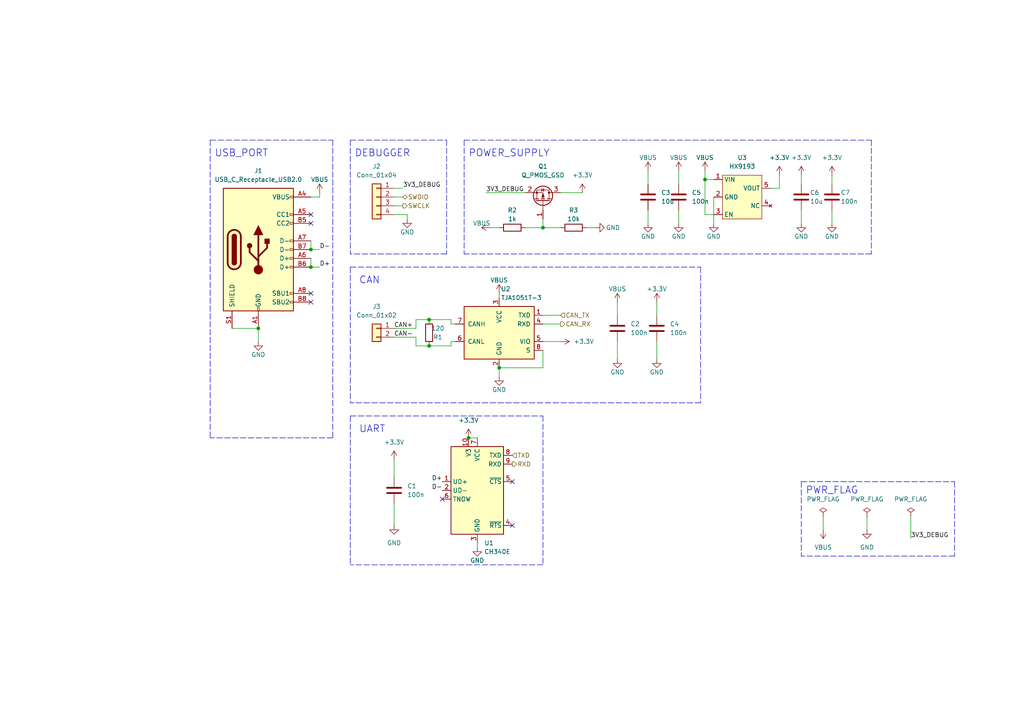
<source format=kicad_sch>
(kicad_sch (version 20211123) (generator eeschema)

  (uuid 0d4282df-b146-4a5c-8cc1-b4f9b431cc6b)

  (paper "A4")

  (lib_symbols
    (symbol "Connector:USB_C_Receptacle_USB2.0" (pin_names (offset 1.016)) (in_bom yes) (on_board yes)
      (property "Reference" "J" (id 0) (at -10.16 19.05 0)
        (effects (font (size 1.27 1.27)) (justify left))
      )
      (property "Value" "USB_C_Receptacle_USB2.0" (id 1) (at 19.05 19.05 0)
        (effects (font (size 1.27 1.27)) (justify right))
      )
      (property "Footprint" "" (id 2) (at 3.81 0 0)
        (effects (font (size 1.27 1.27)) hide)
      )
      (property "Datasheet" "https://www.usb.org/sites/default/files/documents/usb_type-c.zip" (id 3) (at 3.81 0 0)
        (effects (font (size 1.27 1.27)) hide)
      )
      (property "ki_keywords" "usb universal serial bus type-C USB2.0" (id 4) (at 0 0 0)
        (effects (font (size 1.27 1.27)) hide)
      )
      (property "ki_description" "USB 2.0-only Type-C Receptacle connector" (id 5) (at 0 0 0)
        (effects (font (size 1.27 1.27)) hide)
      )
      (property "ki_fp_filters" "USB*C*Receptacle*" (id 6) (at 0 0 0)
        (effects (font (size 1.27 1.27)) hide)
      )
      (symbol "USB_C_Receptacle_USB2.0_0_0"
        (rectangle (start -0.254 -17.78) (end 0.254 -16.764)
          (stroke (width 0) (type default) (color 0 0 0 0))
          (fill (type none))
        )
        (rectangle (start 10.16 -14.986) (end 9.144 -15.494)
          (stroke (width 0) (type default) (color 0 0 0 0))
          (fill (type none))
        )
        (rectangle (start 10.16 -12.446) (end 9.144 -12.954)
          (stroke (width 0) (type default) (color 0 0 0 0))
          (fill (type none))
        )
        (rectangle (start 10.16 -4.826) (end 9.144 -5.334)
          (stroke (width 0) (type default) (color 0 0 0 0))
          (fill (type none))
        )
        (rectangle (start 10.16 -2.286) (end 9.144 -2.794)
          (stroke (width 0) (type default) (color 0 0 0 0))
          (fill (type none))
        )
        (rectangle (start 10.16 0.254) (end 9.144 -0.254)
          (stroke (width 0) (type default) (color 0 0 0 0))
          (fill (type none))
        )
        (rectangle (start 10.16 2.794) (end 9.144 2.286)
          (stroke (width 0) (type default) (color 0 0 0 0))
          (fill (type none))
        )
        (rectangle (start 10.16 7.874) (end 9.144 7.366)
          (stroke (width 0) (type default) (color 0 0 0 0))
          (fill (type none))
        )
        (rectangle (start 10.16 10.414) (end 9.144 9.906)
          (stroke (width 0) (type default) (color 0 0 0 0))
          (fill (type none))
        )
        (rectangle (start 10.16 15.494) (end 9.144 14.986)
          (stroke (width 0) (type default) (color 0 0 0 0))
          (fill (type none))
        )
      )
      (symbol "USB_C_Receptacle_USB2.0_0_1"
        (rectangle (start -10.16 17.78) (end 10.16 -17.78)
          (stroke (width 0.254) (type default) (color 0 0 0 0))
          (fill (type background))
        )
        (arc (start -8.89 -3.81) (mid -6.985 -5.715) (end -5.08 -3.81)
          (stroke (width 0.508) (type default) (color 0 0 0 0))
          (fill (type none))
        )
        (arc (start -7.62 -3.81) (mid -6.985 -4.445) (end -6.35 -3.81)
          (stroke (width 0.254) (type default) (color 0 0 0 0))
          (fill (type none))
        )
        (arc (start -7.62 -3.81) (mid -6.985 -4.445) (end -6.35 -3.81)
          (stroke (width 0.254) (type default) (color 0 0 0 0))
          (fill (type outline))
        )
        (rectangle (start -7.62 -3.81) (end -6.35 3.81)
          (stroke (width 0.254) (type default) (color 0 0 0 0))
          (fill (type outline))
        )
        (arc (start -6.35 3.81) (mid -6.985 4.445) (end -7.62 3.81)
          (stroke (width 0.254) (type default) (color 0 0 0 0))
          (fill (type none))
        )
        (arc (start -6.35 3.81) (mid -6.985 4.445) (end -7.62 3.81)
          (stroke (width 0.254) (type default) (color 0 0 0 0))
          (fill (type outline))
        )
        (arc (start -5.08 3.81) (mid -6.985 5.715) (end -8.89 3.81)
          (stroke (width 0.508) (type default) (color 0 0 0 0))
          (fill (type none))
        )
        (circle (center -2.54 1.143) (radius 0.635)
          (stroke (width 0.254) (type default) (color 0 0 0 0))
          (fill (type outline))
        )
        (circle (center 0 -5.842) (radius 1.27)
          (stroke (width 0) (type default) (color 0 0 0 0))
          (fill (type outline))
        )
        (polyline
          (pts
            (xy -8.89 -3.81)
            (xy -8.89 3.81)
          )
          (stroke (width 0.508) (type default) (color 0 0 0 0))
          (fill (type none))
        )
        (polyline
          (pts
            (xy -5.08 3.81)
            (xy -5.08 -3.81)
          )
          (stroke (width 0.508) (type default) (color 0 0 0 0))
          (fill (type none))
        )
        (polyline
          (pts
            (xy 0 -5.842)
            (xy 0 4.318)
          )
          (stroke (width 0.508) (type default) (color 0 0 0 0))
          (fill (type none))
        )
        (polyline
          (pts
            (xy 0 -3.302)
            (xy -2.54 -0.762)
            (xy -2.54 0.508)
          )
          (stroke (width 0.508) (type default) (color 0 0 0 0))
          (fill (type none))
        )
        (polyline
          (pts
            (xy 0 -2.032)
            (xy 2.54 0.508)
            (xy 2.54 1.778)
          )
          (stroke (width 0.508) (type default) (color 0 0 0 0))
          (fill (type none))
        )
        (polyline
          (pts
            (xy -1.27 4.318)
            (xy 0 6.858)
            (xy 1.27 4.318)
            (xy -1.27 4.318)
          )
          (stroke (width 0.254) (type default) (color 0 0 0 0))
          (fill (type outline))
        )
        (rectangle (start 1.905 1.778) (end 3.175 3.048)
          (stroke (width 0.254) (type default) (color 0 0 0 0))
          (fill (type outline))
        )
      )
      (symbol "USB_C_Receptacle_USB2.0_1_1"
        (pin passive line (at 0 -22.86 90) (length 5.08)
          (name "GND" (effects (font (size 1.27 1.27))))
          (number "A1" (effects (font (size 1.27 1.27))))
        )
        (pin passive line (at 0 -22.86 90) (length 5.08) hide
          (name "GND" (effects (font (size 1.27 1.27))))
          (number "A12" (effects (font (size 1.27 1.27))))
        )
        (pin passive line (at 15.24 15.24 180) (length 5.08)
          (name "VBUS" (effects (font (size 1.27 1.27))))
          (number "A4" (effects (font (size 1.27 1.27))))
        )
        (pin bidirectional line (at 15.24 10.16 180) (length 5.08)
          (name "CC1" (effects (font (size 1.27 1.27))))
          (number "A5" (effects (font (size 1.27 1.27))))
        )
        (pin bidirectional line (at 15.24 -2.54 180) (length 5.08)
          (name "D+" (effects (font (size 1.27 1.27))))
          (number "A6" (effects (font (size 1.27 1.27))))
        )
        (pin bidirectional line (at 15.24 2.54 180) (length 5.08)
          (name "D-" (effects (font (size 1.27 1.27))))
          (number "A7" (effects (font (size 1.27 1.27))))
        )
        (pin bidirectional line (at 15.24 -12.7 180) (length 5.08)
          (name "SBU1" (effects (font (size 1.27 1.27))))
          (number "A8" (effects (font (size 1.27 1.27))))
        )
        (pin passive line (at 15.24 15.24 180) (length 5.08) hide
          (name "VBUS" (effects (font (size 1.27 1.27))))
          (number "A9" (effects (font (size 1.27 1.27))))
        )
        (pin passive line (at 0 -22.86 90) (length 5.08) hide
          (name "GND" (effects (font (size 1.27 1.27))))
          (number "B1" (effects (font (size 1.27 1.27))))
        )
        (pin passive line (at 0 -22.86 90) (length 5.08) hide
          (name "GND" (effects (font (size 1.27 1.27))))
          (number "B12" (effects (font (size 1.27 1.27))))
        )
        (pin passive line (at 15.24 15.24 180) (length 5.08) hide
          (name "VBUS" (effects (font (size 1.27 1.27))))
          (number "B4" (effects (font (size 1.27 1.27))))
        )
        (pin bidirectional line (at 15.24 7.62 180) (length 5.08)
          (name "CC2" (effects (font (size 1.27 1.27))))
          (number "B5" (effects (font (size 1.27 1.27))))
        )
        (pin bidirectional line (at 15.24 -5.08 180) (length 5.08)
          (name "D+" (effects (font (size 1.27 1.27))))
          (number "B6" (effects (font (size 1.27 1.27))))
        )
        (pin bidirectional line (at 15.24 0 180) (length 5.08)
          (name "D-" (effects (font (size 1.27 1.27))))
          (number "B7" (effects (font (size 1.27 1.27))))
        )
        (pin bidirectional line (at 15.24 -15.24 180) (length 5.08)
          (name "SBU2" (effects (font (size 1.27 1.27))))
          (number "B8" (effects (font (size 1.27 1.27))))
        )
        (pin passive line (at 15.24 15.24 180) (length 5.08) hide
          (name "VBUS" (effects (font (size 1.27 1.27))))
          (number "B9" (effects (font (size 1.27 1.27))))
        )
        (pin passive line (at -7.62 -22.86 90) (length 5.08)
          (name "SHIELD" (effects (font (size 1.27 1.27))))
          (number "S1" (effects (font (size 1.27 1.27))))
        )
      )
    )
    (symbol "Connector_Generic:Conn_01x02" (pin_names (offset 1.016) hide) (in_bom yes) (on_board yes)
      (property "Reference" "J" (id 0) (at 0 2.54 0)
        (effects (font (size 1.27 1.27)))
      )
      (property "Value" "Conn_01x02" (id 1) (at 0 -5.08 0)
        (effects (font (size 1.27 1.27)))
      )
      (property "Footprint" "" (id 2) (at 0 0 0)
        (effects (font (size 1.27 1.27)) hide)
      )
      (property "Datasheet" "~" (id 3) (at 0 0 0)
        (effects (font (size 1.27 1.27)) hide)
      )
      (property "ki_keywords" "connector" (id 4) (at 0 0 0)
        (effects (font (size 1.27 1.27)) hide)
      )
      (property "ki_description" "Generic connector, single row, 01x02, script generated (kicad-library-utils/schlib/autogen/connector/)" (id 5) (at 0 0 0)
        (effects (font (size 1.27 1.27)) hide)
      )
      (property "ki_fp_filters" "Connector*:*_1x??_*" (id 6) (at 0 0 0)
        (effects (font (size 1.27 1.27)) hide)
      )
      (symbol "Conn_01x02_1_1"
        (rectangle (start -1.27 -2.413) (end 0 -2.667)
          (stroke (width 0.1524) (type default) (color 0 0 0 0))
          (fill (type none))
        )
        (rectangle (start -1.27 0.127) (end 0 -0.127)
          (stroke (width 0.1524) (type default) (color 0 0 0 0))
          (fill (type none))
        )
        (rectangle (start -1.27 1.27) (end 1.27 -3.81)
          (stroke (width 0.254) (type default) (color 0 0 0 0))
          (fill (type background))
        )
        (pin passive line (at -5.08 0 0) (length 3.81)
          (name "Pin_1" (effects (font (size 1.27 1.27))))
          (number "1" (effects (font (size 1.27 1.27))))
        )
        (pin passive line (at -5.08 -2.54 0) (length 3.81)
          (name "Pin_2" (effects (font (size 1.27 1.27))))
          (number "2" (effects (font (size 1.27 1.27))))
        )
      )
    )
    (symbol "Connector_Generic:Conn_01x04" (pin_names (offset 1.016) hide) (in_bom yes) (on_board yes)
      (property "Reference" "J" (id 0) (at 0 5.08 0)
        (effects (font (size 1.27 1.27)))
      )
      (property "Value" "Conn_01x04" (id 1) (at 0 -7.62 0)
        (effects (font (size 1.27 1.27)))
      )
      (property "Footprint" "" (id 2) (at 0 0 0)
        (effects (font (size 1.27 1.27)) hide)
      )
      (property "Datasheet" "~" (id 3) (at 0 0 0)
        (effects (font (size 1.27 1.27)) hide)
      )
      (property "ki_keywords" "connector" (id 4) (at 0 0 0)
        (effects (font (size 1.27 1.27)) hide)
      )
      (property "ki_description" "Generic connector, single row, 01x04, script generated (kicad-library-utils/schlib/autogen/connector/)" (id 5) (at 0 0 0)
        (effects (font (size 1.27 1.27)) hide)
      )
      (property "ki_fp_filters" "Connector*:*_1x??_*" (id 6) (at 0 0 0)
        (effects (font (size 1.27 1.27)) hide)
      )
      (symbol "Conn_01x04_1_1"
        (rectangle (start -1.27 -4.953) (end 0 -5.207)
          (stroke (width 0.1524) (type default) (color 0 0 0 0))
          (fill (type none))
        )
        (rectangle (start -1.27 -2.413) (end 0 -2.667)
          (stroke (width 0.1524) (type default) (color 0 0 0 0))
          (fill (type none))
        )
        (rectangle (start -1.27 0.127) (end 0 -0.127)
          (stroke (width 0.1524) (type default) (color 0 0 0 0))
          (fill (type none))
        )
        (rectangle (start -1.27 2.667) (end 0 2.413)
          (stroke (width 0.1524) (type default) (color 0 0 0 0))
          (fill (type none))
        )
        (rectangle (start -1.27 3.81) (end 1.27 -6.35)
          (stroke (width 0.254) (type default) (color 0 0 0 0))
          (fill (type background))
        )
        (pin passive line (at -5.08 2.54 0) (length 3.81)
          (name "Pin_1" (effects (font (size 1.27 1.27))))
          (number "1" (effects (font (size 1.27 1.27))))
        )
        (pin passive line (at -5.08 0 0) (length 3.81)
          (name "Pin_2" (effects (font (size 1.27 1.27))))
          (number "2" (effects (font (size 1.27 1.27))))
        )
        (pin passive line (at -5.08 -2.54 0) (length 3.81)
          (name "Pin_3" (effects (font (size 1.27 1.27))))
          (number "3" (effects (font (size 1.27 1.27))))
        )
        (pin passive line (at -5.08 -5.08 0) (length 3.81)
          (name "Pin_4" (effects (font (size 1.27 1.27))))
          (number "4" (effects (font (size 1.27 1.27))))
        )
      )
    )
    (symbol "Device:C" (pin_numbers hide) (pin_names (offset 0.254)) (in_bom yes) (on_board yes)
      (property "Reference" "C" (id 0) (at 0.635 2.54 0)
        (effects (font (size 1.27 1.27)) (justify left))
      )
      (property "Value" "C" (id 1) (at 0.635 -2.54 0)
        (effects (font (size 1.27 1.27)) (justify left))
      )
      (property "Footprint" "" (id 2) (at 0.9652 -3.81 0)
        (effects (font (size 1.27 1.27)) hide)
      )
      (property "Datasheet" "~" (id 3) (at 0 0 0)
        (effects (font (size 1.27 1.27)) hide)
      )
      (property "ki_keywords" "cap capacitor" (id 4) (at 0 0 0)
        (effects (font (size 1.27 1.27)) hide)
      )
      (property "ki_description" "Unpolarized capacitor" (id 5) (at 0 0 0)
        (effects (font (size 1.27 1.27)) hide)
      )
      (property "ki_fp_filters" "C_*" (id 6) (at 0 0 0)
        (effects (font (size 1.27 1.27)) hide)
      )
      (symbol "C_0_1"
        (polyline
          (pts
            (xy -2.032 -0.762)
            (xy 2.032 -0.762)
          )
          (stroke (width 0.508) (type default) (color 0 0 0 0))
          (fill (type none))
        )
        (polyline
          (pts
            (xy -2.032 0.762)
            (xy 2.032 0.762)
          )
          (stroke (width 0.508) (type default) (color 0 0 0 0))
          (fill (type none))
        )
      )
      (symbol "C_1_1"
        (pin passive line (at 0 3.81 270) (length 2.794)
          (name "~" (effects (font (size 1.27 1.27))))
          (number "1" (effects (font (size 1.27 1.27))))
        )
        (pin passive line (at 0 -3.81 90) (length 2.794)
          (name "~" (effects (font (size 1.27 1.27))))
          (number "2" (effects (font (size 1.27 1.27))))
        )
      )
    )
    (symbol "Device:Q_PMOS_GSD" (pin_names (offset 0) hide) (in_bom yes) (on_board yes)
      (property "Reference" "Q" (id 0) (at 5.08 1.27 0)
        (effects (font (size 1.27 1.27)) (justify left))
      )
      (property "Value" "Q_PMOS_GSD" (id 1) (at 5.08 -1.27 0)
        (effects (font (size 1.27 1.27)) (justify left))
      )
      (property "Footprint" "" (id 2) (at 5.08 2.54 0)
        (effects (font (size 1.27 1.27)) hide)
      )
      (property "Datasheet" "~" (id 3) (at 0 0 0)
        (effects (font (size 1.27 1.27)) hide)
      )
      (property "ki_keywords" "transistor PMOS P-MOS P-MOSFET" (id 4) (at 0 0 0)
        (effects (font (size 1.27 1.27)) hide)
      )
      (property "ki_description" "P-MOSFET transistor, gate/source/drain" (id 5) (at 0 0 0)
        (effects (font (size 1.27 1.27)) hide)
      )
      (symbol "Q_PMOS_GSD_0_1"
        (polyline
          (pts
            (xy 0.254 0)
            (xy -2.54 0)
          )
          (stroke (width 0) (type default) (color 0 0 0 0))
          (fill (type none))
        )
        (polyline
          (pts
            (xy 0.254 1.905)
            (xy 0.254 -1.905)
          )
          (stroke (width 0.254) (type default) (color 0 0 0 0))
          (fill (type none))
        )
        (polyline
          (pts
            (xy 0.762 -1.27)
            (xy 0.762 -2.286)
          )
          (stroke (width 0.254) (type default) (color 0 0 0 0))
          (fill (type none))
        )
        (polyline
          (pts
            (xy 0.762 0.508)
            (xy 0.762 -0.508)
          )
          (stroke (width 0.254) (type default) (color 0 0 0 0))
          (fill (type none))
        )
        (polyline
          (pts
            (xy 0.762 2.286)
            (xy 0.762 1.27)
          )
          (stroke (width 0.254) (type default) (color 0 0 0 0))
          (fill (type none))
        )
        (polyline
          (pts
            (xy 2.54 2.54)
            (xy 2.54 1.778)
          )
          (stroke (width 0) (type default) (color 0 0 0 0))
          (fill (type none))
        )
        (polyline
          (pts
            (xy 2.54 -2.54)
            (xy 2.54 0)
            (xy 0.762 0)
          )
          (stroke (width 0) (type default) (color 0 0 0 0))
          (fill (type none))
        )
        (polyline
          (pts
            (xy 0.762 1.778)
            (xy 3.302 1.778)
            (xy 3.302 -1.778)
            (xy 0.762 -1.778)
          )
          (stroke (width 0) (type default) (color 0 0 0 0))
          (fill (type none))
        )
        (polyline
          (pts
            (xy 2.286 0)
            (xy 1.27 0.381)
            (xy 1.27 -0.381)
            (xy 2.286 0)
          )
          (stroke (width 0) (type default) (color 0 0 0 0))
          (fill (type outline))
        )
        (polyline
          (pts
            (xy 2.794 -0.508)
            (xy 2.921 -0.381)
            (xy 3.683 -0.381)
            (xy 3.81 -0.254)
          )
          (stroke (width 0) (type default) (color 0 0 0 0))
          (fill (type none))
        )
        (polyline
          (pts
            (xy 3.302 -0.381)
            (xy 2.921 0.254)
            (xy 3.683 0.254)
            (xy 3.302 -0.381)
          )
          (stroke (width 0) (type default) (color 0 0 0 0))
          (fill (type none))
        )
        (circle (center 1.651 0) (radius 2.794)
          (stroke (width 0.254) (type default) (color 0 0 0 0))
          (fill (type none))
        )
        (circle (center 2.54 -1.778) (radius 0.254)
          (stroke (width 0) (type default) (color 0 0 0 0))
          (fill (type outline))
        )
        (circle (center 2.54 1.778) (radius 0.254)
          (stroke (width 0) (type default) (color 0 0 0 0))
          (fill (type outline))
        )
      )
      (symbol "Q_PMOS_GSD_1_1"
        (pin input line (at -5.08 0 0) (length 2.54)
          (name "G" (effects (font (size 1.27 1.27))))
          (number "1" (effects (font (size 1.27 1.27))))
        )
        (pin passive line (at 2.54 -5.08 90) (length 2.54)
          (name "S" (effects (font (size 1.27 1.27))))
          (number "2" (effects (font (size 1.27 1.27))))
        )
        (pin passive line (at 2.54 5.08 270) (length 2.54)
          (name "D" (effects (font (size 1.27 1.27))))
          (number "3" (effects (font (size 1.27 1.27))))
        )
      )
    )
    (symbol "Device:R" (pin_numbers hide) (pin_names (offset 0)) (in_bom yes) (on_board yes)
      (property "Reference" "R" (id 0) (at 2.032 0 90)
        (effects (font (size 1.27 1.27)))
      )
      (property "Value" "R" (id 1) (at 0 0 90)
        (effects (font (size 1.27 1.27)))
      )
      (property "Footprint" "" (id 2) (at -1.778 0 90)
        (effects (font (size 1.27 1.27)) hide)
      )
      (property "Datasheet" "~" (id 3) (at 0 0 0)
        (effects (font (size 1.27 1.27)) hide)
      )
      (property "ki_keywords" "R res resistor" (id 4) (at 0 0 0)
        (effects (font (size 1.27 1.27)) hide)
      )
      (property "ki_description" "Resistor" (id 5) (at 0 0 0)
        (effects (font (size 1.27 1.27)) hide)
      )
      (property "ki_fp_filters" "R_*" (id 6) (at 0 0 0)
        (effects (font (size 1.27 1.27)) hide)
      )
      (symbol "R_0_1"
        (rectangle (start -1.016 -2.54) (end 1.016 2.54)
          (stroke (width 0.254) (type default) (color 0 0 0 0))
          (fill (type none))
        )
      )
      (symbol "R_1_1"
        (pin passive line (at 0 3.81 270) (length 1.27)
          (name "~" (effects (font (size 1.27 1.27))))
          (number "1" (effects (font (size 1.27 1.27))))
        )
        (pin passive line (at 0 -3.81 90) (length 1.27)
          (name "~" (effects (font (size 1.27 1.27))))
          (number "2" (effects (font (size 1.27 1.27))))
        )
      )
    )
    (symbol "Interface_CAN_LIN:TJA1051T-3" (pin_names (offset 1.016)) (in_bom yes) (on_board yes)
      (property "Reference" "U" (id 0) (at -10.16 8.89 0)
        (effects (font (size 1.27 1.27)) (justify left))
      )
      (property "Value" "TJA1051T-3" (id 1) (at 1.27 8.89 0)
        (effects (font (size 1.27 1.27)) (justify left))
      )
      (property "Footprint" "Package_SO:SOIC-8_3.9x4.9mm_P1.27mm" (id 2) (at 0 -12.7 0)
        (effects (font (size 1.27 1.27) italic) hide)
      )
      (property "Datasheet" "http://www.nxp.com/documents/data_sheet/TJA1051.pdf" (id 3) (at 0 0 0)
        (effects (font (size 1.27 1.27)) hide)
      )
      (property "ki_keywords" "High-Speed CAN Transceiver" (id 4) (at 0 0 0)
        (effects (font (size 1.27 1.27)) hide)
      )
      (property "ki_description" "High-Speed CAN Transceiver, separate VIO, silent mode, SOIC-8" (id 5) (at 0 0 0)
        (effects (font (size 1.27 1.27)) hide)
      )
      (property "ki_fp_filters" "SOIC*3.9x4.9mm*P1.27mm*" (id 6) (at 0 0 0)
        (effects (font (size 1.27 1.27)) hide)
      )
      (symbol "TJA1051T-3_0_1"
        (rectangle (start -10.16 7.62) (end 10.16 -7.62)
          (stroke (width 0.254) (type default) (color 0 0 0 0))
          (fill (type background))
        )
      )
      (symbol "TJA1051T-3_1_1"
        (pin input line (at -12.7 5.08 0) (length 2.54)
          (name "TXD" (effects (font (size 1.27 1.27))))
          (number "1" (effects (font (size 1.27 1.27))))
        )
        (pin power_in line (at 0 -10.16 90) (length 2.54)
          (name "GND" (effects (font (size 1.27 1.27))))
          (number "2" (effects (font (size 1.27 1.27))))
        )
        (pin power_in line (at 0 10.16 270) (length 2.54)
          (name "VCC" (effects (font (size 1.27 1.27))))
          (number "3" (effects (font (size 1.27 1.27))))
        )
        (pin output line (at -12.7 2.54 0) (length 2.54)
          (name "RXD" (effects (font (size 1.27 1.27))))
          (number "4" (effects (font (size 1.27 1.27))))
        )
        (pin power_in line (at -12.7 -2.54 0) (length 2.54)
          (name "VIO" (effects (font (size 1.27 1.27))))
          (number "5" (effects (font (size 1.27 1.27))))
        )
        (pin bidirectional line (at 12.7 -2.54 180) (length 2.54)
          (name "CANL" (effects (font (size 1.27 1.27))))
          (number "6" (effects (font (size 1.27 1.27))))
        )
        (pin bidirectional line (at 12.7 2.54 180) (length 2.54)
          (name "CANH" (effects (font (size 1.27 1.27))))
          (number "7" (effects (font (size 1.27 1.27))))
        )
        (pin input line (at -12.7 -5.08 0) (length 2.54)
          (name "S" (effects (font (size 1.27 1.27))))
          (number "8" (effects (font (size 1.27 1.27))))
        )
      )
    )
    (symbol "Interface_USB:CH340E" (in_bom yes) (on_board yes)
      (property "Reference" "U" (id 0) (at -5.08 13.97 0)
        (effects (font (size 1.27 1.27)) (justify right))
      )
      (property "Value" "CH340E" (id 1) (at 1.27 13.97 0)
        (effects (font (size 1.27 1.27)) (justify left))
      )
      (property "Footprint" "Package_SO:MSOP-10_3x3mm_P0.5mm" (id 2) (at 1.27 -13.97 0)
        (effects (font (size 1.27 1.27)) (justify left) hide)
      )
      (property "Datasheet" "https://www.mpja.com/download/35227cpdata.pdf" (id 3) (at -8.89 20.32 0)
        (effects (font (size 1.27 1.27)) hide)
      )
      (property "ki_keywords" "USB UART Serial Converter Interface" (id 4) (at 0 0 0)
        (effects (font (size 1.27 1.27)) hide)
      )
      (property "ki_description" "USB serial converter, UART, MSOP-10" (id 5) (at 0 0 0)
        (effects (font (size 1.27 1.27)) hide)
      )
      (property "ki_fp_filters" "MSOP*3x3mm*P0.5mm*" (id 6) (at 0 0 0)
        (effects (font (size 1.27 1.27)) hide)
      )
      (symbol "CH340E_0_1"
        (rectangle (start -7.62 12.7) (end 7.62 -12.7)
          (stroke (width 0.254) (type default) (color 0 0 0 0))
          (fill (type background))
        )
      )
      (symbol "CH340E_1_1"
        (pin bidirectional line (at -10.16 2.54 0) (length 2.54)
          (name "UD+" (effects (font (size 1.27 1.27))))
          (number "1" (effects (font (size 1.27 1.27))))
        )
        (pin passive line (at -2.54 15.24 270) (length 2.54)
          (name "V3" (effects (font (size 1.27 1.27))))
          (number "10" (effects (font (size 1.27 1.27))))
        )
        (pin bidirectional line (at -10.16 0 0) (length 2.54)
          (name "UD-" (effects (font (size 1.27 1.27))))
          (number "2" (effects (font (size 1.27 1.27))))
        )
        (pin power_in line (at 0 -15.24 90) (length 2.54)
          (name "GND" (effects (font (size 1.27 1.27))))
          (number "3" (effects (font (size 1.27 1.27))))
        )
        (pin output line (at 10.16 -10.16 180) (length 2.54)
          (name "~{RTS}" (effects (font (size 1.27 1.27))))
          (number "4" (effects (font (size 1.27 1.27))))
        )
        (pin input line (at 10.16 2.54 180) (length 2.54)
          (name "~{CTS}" (effects (font (size 1.27 1.27))))
          (number "5" (effects (font (size 1.27 1.27))))
        )
        (pin output line (at -10.16 -2.54 0) (length 2.54)
          (name "TNOW" (effects (font (size 1.27 1.27))))
          (number "6" (effects (font (size 1.27 1.27))))
        )
        (pin power_in line (at 0 15.24 270) (length 2.54)
          (name "VCC" (effects (font (size 1.27 1.27))))
          (number "7" (effects (font (size 1.27 1.27))))
        )
        (pin output line (at 10.16 10.16 180) (length 2.54)
          (name "TXD" (effects (font (size 1.27 1.27))))
          (number "8" (effects (font (size 1.27 1.27))))
        )
        (pin input line (at 10.16 7.62 180) (length 2.54)
          (name "RXD" (effects (font (size 1.27 1.27))))
          (number "9" (effects (font (size 1.27 1.27))))
        )
      )
    )
    (symbol "power:+3.3V" (power) (pin_names (offset 0)) (in_bom yes) (on_board yes)
      (property "Reference" "#PWR" (id 0) (at 0 -3.81 0)
        (effects (font (size 1.27 1.27)) hide)
      )
      (property "Value" "+3.3V" (id 1) (at 0 3.556 0)
        (effects (font (size 1.27 1.27)))
      )
      (property "Footprint" "" (id 2) (at 0 0 0)
        (effects (font (size 1.27 1.27)) hide)
      )
      (property "Datasheet" "" (id 3) (at 0 0 0)
        (effects (font (size 1.27 1.27)) hide)
      )
      (property "ki_keywords" "power-flag" (id 4) (at 0 0 0)
        (effects (font (size 1.27 1.27)) hide)
      )
      (property "ki_description" "Power symbol creates a global label with name \"+3.3V\"" (id 5) (at 0 0 0)
        (effects (font (size 1.27 1.27)) hide)
      )
      (symbol "+3.3V_0_1"
        (polyline
          (pts
            (xy -0.762 1.27)
            (xy 0 2.54)
          )
          (stroke (width 0) (type default) (color 0 0 0 0))
          (fill (type none))
        )
        (polyline
          (pts
            (xy 0 0)
            (xy 0 2.54)
          )
          (stroke (width 0) (type default) (color 0 0 0 0))
          (fill (type none))
        )
        (polyline
          (pts
            (xy 0 2.54)
            (xy 0.762 1.27)
          )
          (stroke (width 0) (type default) (color 0 0 0 0))
          (fill (type none))
        )
      )
      (symbol "+3.3V_1_1"
        (pin power_in line (at 0 0 90) (length 0) hide
          (name "+3.3V" (effects (font (size 1.27 1.27))))
          (number "1" (effects (font (size 1.27 1.27))))
        )
      )
    )
    (symbol "power:GND" (power) (pin_names (offset 0)) (in_bom yes) (on_board yes)
      (property "Reference" "#PWR" (id 0) (at 0 -6.35 0)
        (effects (font (size 1.27 1.27)) hide)
      )
      (property "Value" "GND" (id 1) (at 0 -3.81 0)
        (effects (font (size 1.27 1.27)))
      )
      (property "Footprint" "" (id 2) (at 0 0 0)
        (effects (font (size 1.27 1.27)) hide)
      )
      (property "Datasheet" "" (id 3) (at 0 0 0)
        (effects (font (size 1.27 1.27)) hide)
      )
      (property "ki_keywords" "power-flag" (id 4) (at 0 0 0)
        (effects (font (size 1.27 1.27)) hide)
      )
      (property "ki_description" "Power symbol creates a global label with name \"GND\" , ground" (id 5) (at 0 0 0)
        (effects (font (size 1.27 1.27)) hide)
      )
      (symbol "GND_0_1"
        (polyline
          (pts
            (xy 0 0)
            (xy 0 -1.27)
            (xy 1.27 -1.27)
            (xy 0 -2.54)
            (xy -1.27 -1.27)
            (xy 0 -1.27)
          )
          (stroke (width 0) (type default) (color 0 0 0 0))
          (fill (type none))
        )
      )
      (symbol "GND_1_1"
        (pin power_in line (at 0 0 270) (length 0) hide
          (name "GND" (effects (font (size 1.27 1.27))))
          (number "1" (effects (font (size 1.27 1.27))))
        )
      )
    )
    (symbol "power:PWR_FLAG" (power) (pin_numbers hide) (pin_names (offset 0) hide) (in_bom yes) (on_board yes)
      (property "Reference" "#FLG" (id 0) (at 0 1.905 0)
        (effects (font (size 1.27 1.27)) hide)
      )
      (property "Value" "PWR_FLAG" (id 1) (at 0 3.81 0)
        (effects (font (size 1.27 1.27)))
      )
      (property "Footprint" "" (id 2) (at 0 0 0)
        (effects (font (size 1.27 1.27)) hide)
      )
      (property "Datasheet" "~" (id 3) (at 0 0 0)
        (effects (font (size 1.27 1.27)) hide)
      )
      (property "ki_keywords" "power-flag" (id 4) (at 0 0 0)
        (effects (font (size 1.27 1.27)) hide)
      )
      (property "ki_description" "Special symbol for telling ERC where power comes from" (id 5) (at 0 0 0)
        (effects (font (size 1.27 1.27)) hide)
      )
      (symbol "PWR_FLAG_0_0"
        (pin power_out line (at 0 0 90) (length 0)
          (name "pwr" (effects (font (size 1.27 1.27))))
          (number "1" (effects (font (size 1.27 1.27))))
        )
      )
      (symbol "PWR_FLAG_0_1"
        (polyline
          (pts
            (xy 0 0)
            (xy 0 1.27)
            (xy -1.016 1.905)
            (xy 0 2.54)
            (xy 1.016 1.905)
            (xy 0 1.27)
          )
          (stroke (width 0) (type default) (color 0 0 0 0))
          (fill (type none))
        )
      )
    )
    (symbol "power:VBUS" (power) (pin_names (offset 0)) (in_bom yes) (on_board yes)
      (property "Reference" "#PWR" (id 0) (at 0 -3.81 0)
        (effects (font (size 1.27 1.27)) hide)
      )
      (property "Value" "VBUS" (id 1) (at 0 3.81 0)
        (effects (font (size 1.27 1.27)))
      )
      (property "Footprint" "" (id 2) (at 0 0 0)
        (effects (font (size 1.27 1.27)) hide)
      )
      (property "Datasheet" "" (id 3) (at 0 0 0)
        (effects (font (size 1.27 1.27)) hide)
      )
      (property "ki_keywords" "power-flag" (id 4) (at 0 0 0)
        (effects (font (size 1.27 1.27)) hide)
      )
      (property "ki_description" "Power symbol creates a global label with name \"VBUS\"" (id 5) (at 0 0 0)
        (effects (font (size 1.27 1.27)) hide)
      )
      (symbol "VBUS_0_1"
        (polyline
          (pts
            (xy -0.762 1.27)
            (xy 0 2.54)
          )
          (stroke (width 0) (type default) (color 0 0 0 0))
          (fill (type none))
        )
        (polyline
          (pts
            (xy 0 0)
            (xy 0 2.54)
          )
          (stroke (width 0) (type default) (color 0 0 0 0))
          (fill (type none))
        )
        (polyline
          (pts
            (xy 0 2.54)
            (xy 0.762 1.27)
          )
          (stroke (width 0) (type default) (color 0 0 0 0))
          (fill (type none))
        )
      )
      (symbol "VBUS_1_1"
        (pin power_in line (at 0 0 90) (length 0) hide
          (name "VBUS" (effects (font (size 1.27 1.27))))
          (number "1" (effects (font (size 1.27 1.27))))
        )
      )
    )
    (symbol "symbols:HX9193" (in_bom yes) (on_board yes)
      (property "Reference" "U" (id 0) (at -5.08 7.62 0)
        (effects (font (size 1.27 1.27)))
      )
      (property "Value" "HX9193" (id 1) (at 6.35 7.62 0)
        (effects (font (size 1.27 1.27)))
      )
      (property "Footprint" "Package_TO_SOT_SMD:SOT-23-5_HandSoldering" (id 2) (at 0 0 0)
        (effects (font (size 1.27 1.27)) hide)
      )
      (property "Datasheet" "https://item.szlcsc.com/280543.html" (id 3) (at 0 0 0)
        (effects (font (size 1.27 1.27)) hide)
      )
      (symbol "HX9193_0_1"
        (rectangle (start -6.35 6.35) (end 5.08 -6.35)
          (stroke (width 0) (type default) (color 0 0 0 0))
          (fill (type background))
        )
      )
      (symbol "HX9193_1_1"
        (pin power_in line (at -8.89 5.08 0) (length 2.54)
          (name "VIN" (effects (font (size 1.27 1.27))))
          (number "1" (effects (font (size 1.27 1.27))))
        )
        (pin passive line (at -8.89 0 0) (length 2.54)
          (name "GND" (effects (font (size 1.27 1.27))))
          (number "2" (effects (font (size 1.27 1.27))))
        )
        (pin input line (at -8.89 -5.08 0) (length 2.54)
          (name "EN" (effects (font (size 1.27 1.27))))
          (number "3" (effects (font (size 1.27 1.27))))
        )
        (pin no_connect line (at 7.62 -2.54 180) (length 2.54)
          (name "NC" (effects (font (size 1.27 1.27))))
          (number "4" (effects (font (size 1.27 1.27))))
        )
        (pin power_out line (at 7.62 2.54 180) (length 2.54)
          (name "VOUT" (effects (font (size 1.27 1.27))))
          (number "5" (effects (font (size 1.27 1.27))))
        )
      )
    )
  )

  (junction (at 124.46 92.71) (diameter 0) (color 0 0 0 0)
    (uuid 0e7b6f3d-c4f8-4af4-8f3c-d6c0f0344077)
  )
  (junction (at 144.78 106.68) (diameter 0) (color 0 0 0 0)
    (uuid 34898acb-127e-4554-8a85-85d09608f558)
  )
  (junction (at 74.93 95.25) (diameter 0) (color 0 0 0 0)
    (uuid 66d9142d-9b54-4710-ac89-d28bde0e2bed)
  )
  (junction (at 90.17 72.39) (diameter 0) (color 0 0 0 0)
    (uuid 6ea0ebe9-6e54-4e40-96d4-44d2ddd99edd)
  )
  (junction (at 124.46 100.33) (diameter 0) (color 0 0 0 0)
    (uuid ad6fcfeb-861f-4b78-b306-766e6acf1bc0)
  )
  (junction (at 135.89 127) (diameter 0) (color 0 0 0 0)
    (uuid c1e02261-539d-4ab3-8324-7d31057dcc72)
  )
  (junction (at 157.48 66.04) (diameter 0) (color 0 0 0 0)
    (uuid e437e4f1-cbdd-4a14-97c9-faa9ac503ac9)
  )
  (junction (at 204.47 52.07) (diameter 0) (color 0 0 0 0)
    (uuid efdaf089-4bd8-400b-859a-aa132bd7292a)
  )
  (junction (at 90.17 77.47) (diameter 0) (color 0 0 0 0)
    (uuid f21b3abc-25e2-4ca8-980c-b3bba16177f7)
  )

  (no_connect (at 90.17 87.63) (uuid 23f58b0e-0ed2-4fd3-bdee-d1c7d728ad1a))
  (no_connect (at 90.17 62.23) (uuid 60bf5ff6-145a-424b-a9e5-c287ddf13ef3))
  (no_connect (at 90.17 64.77) (uuid 84d1f694-d1b7-47a7-95c0-34e2c2310c21))
  (no_connect (at 148.59 152.4) (uuid d6880918-24f3-4ecb-a958-80e04691ab30))
  (no_connect (at 148.59 139.7) (uuid d6880918-24f3-4ecb-a958-80e04691ab31))
  (no_connect (at 128.27 144.78) (uuid e4b9b61e-79a4-4966-b675-9832d65dcca8))
  (no_connect (at 90.17 85.09) (uuid f2c608e9-581c-44ad-a55b-cb288111f7ae))

  (wire (pts (xy 140.97 55.88) (xy 152.4 55.88))
    (stroke (width 0) (type default) (color 0 0 0 0))
    (uuid 005f7537-b5d0-49fe-8724-a36658f28cb6)
  )
  (wire (pts (xy 196.85 49.53) (xy 196.85 53.34))
    (stroke (width 0) (type default) (color 0 0 0 0))
    (uuid 0b04e618-04df-4e40-8a12-84694ef05995)
  )
  (wire (pts (xy 120.65 97.79) (xy 120.65 100.33))
    (stroke (width 0) (type default) (color 0 0 0 0))
    (uuid 101ae3f2-0e07-4b36-ba69-ff00fc399177)
  )
  (polyline (pts (xy 101.6 77.47) (xy 203.2 77.47))
    (stroke (width 0) (type default) (color 0 0 0 0))
    (uuid 10a8d8dd-ea05-47fd-9578-d0a1b2e61bd4)
  )
  (polyline (pts (xy 101.6 120.65) (xy 157.48 120.65))
    (stroke (width 0) (type default) (color 0 0 0 0))
    (uuid 1125e0e6-4ba9-4ae5-b611-ba51965dd57f)
  )

  (wire (pts (xy 132.08 99.06) (xy 130.81 99.06))
    (stroke (width 0) (type default) (color 0 0 0 0))
    (uuid 1294a3f5-5959-43e9-abac-abc676b6fa37)
  )
  (wire (pts (xy 90.17 72.39) (xy 92.71 72.39))
    (stroke (width 0) (type default) (color 0 0 0 0))
    (uuid 13c9eae1-be77-4faa-9177-745e309acb8e)
  )
  (wire (pts (xy 157.48 66.04) (xy 152.4 66.04))
    (stroke (width 0) (type default) (color 0 0 0 0))
    (uuid 1a18c15c-80db-4467-bcef-5650ef19cd8a)
  )
  (wire (pts (xy 114.3 62.23) (xy 118.11 62.23))
    (stroke (width 0) (type default) (color 0 0 0 0))
    (uuid 1df90f28-e5d6-49bb-bae3-f4a7093eed33)
  )
  (wire (pts (xy 226.06 54.61) (xy 226.06 50.8))
    (stroke (width 0) (type default) (color 0 0 0 0))
    (uuid 1f1041fd-5d90-4d5e-bf3f-d262dcca314f)
  )
  (wire (pts (xy 157.48 91.44) (xy 162.56 91.44))
    (stroke (width 0) (type default) (color 0 0 0 0))
    (uuid 273fae4f-0a3b-4906-a32e-b59fbf5e837f)
  )
  (wire (pts (xy 179.07 87.63) (xy 179.07 91.44))
    (stroke (width 0) (type default) (color 0 0 0 0))
    (uuid 29e8c7bf-d373-4d39-b4c7-d0a6fb45c645)
  )
  (wire (pts (xy 142.24 66.04) (xy 144.78 66.04))
    (stroke (width 0) (type default) (color 0 0 0 0))
    (uuid 2a772fe6-c9bd-42ef-bb0a-b0316d5df170)
  )
  (wire (pts (xy 157.48 101.6) (xy 157.48 106.68))
    (stroke (width 0) (type default) (color 0 0 0 0))
    (uuid 2a83b471-f20a-4ca1-aa5f-78cb295e0527)
  )
  (wire (pts (xy 130.81 100.33) (xy 124.46 100.33))
    (stroke (width 0) (type default) (color 0 0 0 0))
    (uuid 2cd682c7-4c1f-4670-af9a-60e3c2657a99)
  )
  (wire (pts (xy 157.48 99.06) (xy 162.56 99.06))
    (stroke (width 0) (type default) (color 0 0 0 0))
    (uuid 2dfbc234-127e-42e1-9768-0e587b717ef1)
  )
  (wire (pts (xy 114.3 146.05) (xy 114.3 152.4))
    (stroke (width 0) (type default) (color 0 0 0 0))
    (uuid 31a2b33f-64bc-42ec-affa-a3b708369d19)
  )
  (wire (pts (xy 130.81 99.06) (xy 130.81 100.33))
    (stroke (width 0) (type default) (color 0 0 0 0))
    (uuid 3f1b7656-6dc9-4dc5-96ce-e9f380f591e6)
  )
  (wire (pts (xy 179.07 99.06) (xy 179.07 104.14))
    (stroke (width 0) (type default) (color 0 0 0 0))
    (uuid 438e7bd8-900b-443d-816d-ef0ec2bef79b)
  )
  (wire (pts (xy 135.89 127) (xy 138.43 127))
    (stroke (width 0) (type default) (color 0 0 0 0))
    (uuid 464347ae-14bf-41ea-a1c6-d1c366b2035c)
  )
  (wire (pts (xy 204.47 62.23) (xy 204.47 52.07))
    (stroke (width 0) (type default) (color 0 0 0 0))
    (uuid 482c71e5-5c4f-4bf5-b1d8-349c27bd57ee)
  )
  (wire (pts (xy 264.16 149.86) (xy 264.16 156.21))
    (stroke (width 0) (type default) (color 0 0 0 0))
    (uuid 49823d83-048d-46f6-88db-ac94365eb7d6)
  )
  (wire (pts (xy 120.65 95.25) (xy 120.65 92.71))
    (stroke (width 0) (type default) (color 0 0 0 0))
    (uuid 4d34a49c-c344-47a0-baba-4a7aa2ff3dec)
  )
  (wire (pts (xy 120.65 92.71) (xy 124.46 92.71))
    (stroke (width 0) (type default) (color 0 0 0 0))
    (uuid 4f59a6db-b5dc-41d0-a17b-0cd90311f4dd)
  )
  (wire (pts (xy 114.3 95.25) (xy 120.65 95.25))
    (stroke (width 0) (type default) (color 0 0 0 0))
    (uuid 50c82ce7-a0d9-4547-864f-980916ebe0c5)
  )
  (polyline (pts (xy 101.6 40.64) (xy 101.6 73.66))
    (stroke (width 0) (type default) (color 0 0 0 0))
    (uuid 540b77b4-0bcd-4e8f-8d62-bf3c5f6b4d2a)
  )

  (wire (pts (xy 92.71 57.15) (xy 92.71 55.88))
    (stroke (width 0) (type default) (color 0 0 0 0))
    (uuid 54aa4b52-cc67-4704-83ca-dadcf57e41df)
  )
  (wire (pts (xy 232.41 60.96) (xy 232.41 64.77))
    (stroke (width 0) (type default) (color 0 0 0 0))
    (uuid 58ab3ffa-947a-4ba3-b18a-6c851168427d)
  )
  (polyline (pts (xy 129.54 40.64) (xy 129.54 73.66))
    (stroke (width 0) (type default) (color 0 0 0 0))
    (uuid 5a8ad8d0-0035-47ec-a9a6-89a4354dd02d)
  )

  (wire (pts (xy 232.41 50.8) (xy 232.41 53.34))
    (stroke (width 0) (type default) (color 0 0 0 0))
    (uuid 5eb93da7-92a7-4ae7-8729-7eaf265d6843)
  )
  (wire (pts (xy 90.17 74.93) (xy 90.17 77.47))
    (stroke (width 0) (type default) (color 0 0 0 0))
    (uuid 6349119d-b0d0-4c11-9866-ffd1bc565c5a)
  )
  (polyline (pts (xy 203.2 77.47) (xy 203.2 116.84))
    (stroke (width 0) (type default) (color 0 0 0 0))
    (uuid 676dc5c3-0055-453b-ab32-f0e6950f46ae)
  )

  (wire (pts (xy 138.43 158.75) (xy 138.43 157.48))
    (stroke (width 0) (type default) (color 0 0 0 0))
    (uuid 69808136-00c8-4714-97f5-16584033e132)
  )
  (wire (pts (xy 251.46 149.86) (xy 251.46 153.67))
    (stroke (width 0) (type default) (color 0 0 0 0))
    (uuid 6ae47e8e-687b-4157-8c95-1d2c98a0d453)
  )
  (polyline (pts (xy 232.41 139.7) (xy 276.86 139.7))
    (stroke (width 0) (type default) (color 0 0 0 0))
    (uuid 708fb61f-8e66-43f0-87c3-243417adc528)
  )

  (wire (pts (xy 241.3 50.8) (xy 241.3 53.34))
    (stroke (width 0) (type default) (color 0 0 0 0))
    (uuid 715bd3c9-7001-4033-baed-ffc45e2af956)
  )
  (wire (pts (xy 207.01 62.23) (xy 204.47 62.23))
    (stroke (width 0) (type default) (color 0 0 0 0))
    (uuid 75ca6482-02b2-444b-a2dc-693fb3bcf9ca)
  )
  (wire (pts (xy 144.78 85.09) (xy 144.78 86.36))
    (stroke (width 0) (type default) (color 0 0 0 0))
    (uuid 78888611-41aa-4795-bdbe-529daa1551db)
  )
  (polyline (pts (xy 101.6 120.65) (xy 101.6 163.83))
    (stroke (width 0) (type default) (color 0 0 0 0))
    (uuid 78e89a1f-5d41-40dc-96fb-9d40833faa0d)
  )

  (wire (pts (xy 187.96 60.96) (xy 187.96 64.77))
    (stroke (width 0) (type default) (color 0 0 0 0))
    (uuid 7997d19e-8b48-4dae-bacd-449e3ebcf18f)
  )
  (wire (pts (xy 74.93 95.25) (xy 74.93 99.06))
    (stroke (width 0) (type default) (color 0 0 0 0))
    (uuid 7be4a894-d487-401f-b352-a968859cc653)
  )
  (polyline (pts (xy 157.48 120.65) (xy 157.48 163.83))
    (stroke (width 0) (type default) (color 0 0 0 0))
    (uuid 817ae3bb-98ca-4560-9829-dd17813f054c)
  )
  (polyline (pts (xy 134.62 40.64) (xy 252.73 40.64))
    (stroke (width 0) (type default) (color 0 0 0 0))
    (uuid 8197d5a0-0ab0-4f70-ade9-9c0f7e643381)
  )
  (polyline (pts (xy 60.96 40.64) (xy 60.96 127))
    (stroke (width 0) (type default) (color 0 0 0 0))
    (uuid 88b7b3d7-dfee-450f-aa95-62b83758ac57)
  )

  (wire (pts (xy 207.01 57.15) (xy 207.01 64.77))
    (stroke (width 0) (type default) (color 0 0 0 0))
    (uuid 88c883cf-574f-497c-8896-4072a83a5585)
  )
  (wire (pts (xy 114.3 54.61) (xy 116.84 54.61))
    (stroke (width 0) (type default) (color 0 0 0 0))
    (uuid 890d74be-f611-44ab-83b8-0ba8685aa4c2)
  )
  (wire (pts (xy 157.48 63.5) (xy 157.48 66.04))
    (stroke (width 0) (type default) (color 0 0 0 0))
    (uuid 89585319-5117-4a76-8319-6dca43f28be0)
  )
  (wire (pts (xy 114.3 97.79) (xy 120.65 97.79))
    (stroke (width 0) (type default) (color 0 0 0 0))
    (uuid 89a1999f-f96a-4c24-bde8-38e08f6512af)
  )
  (polyline (pts (xy 101.6 77.47) (xy 101.6 116.84))
    (stroke (width 0) (type default) (color 0 0 0 0))
    (uuid 90414168-298b-424e-ba6f-5c0de6b8a844)
  )

  (wire (pts (xy 162.56 55.88) (xy 168.91 55.88))
    (stroke (width 0) (type default) (color 0 0 0 0))
    (uuid 95f9a787-3e9b-48be-b18a-c99f685f7b79)
  )
  (wire (pts (xy 90.17 69.85) (xy 90.17 72.39))
    (stroke (width 0) (type default) (color 0 0 0 0))
    (uuid 979cd96f-5107-410c-9071-660b4f1cf856)
  )
  (wire (pts (xy 130.81 92.71) (xy 124.46 92.71))
    (stroke (width 0) (type default) (color 0 0 0 0))
    (uuid 9ab6c1d7-5374-4d43-afc1-043c649e1d79)
  )
  (wire (pts (xy 90.17 77.47) (xy 92.71 77.47))
    (stroke (width 0) (type default) (color 0 0 0 0))
    (uuid 9f0fed1e-021d-4d4d-9d6a-5babca0ca8aa)
  )
  (wire (pts (xy 190.5 99.06) (xy 190.5 104.14))
    (stroke (width 0) (type default) (color 0 0 0 0))
    (uuid a21f6f74-516d-4cb8-a9b8-bdcb2c97fbec)
  )
  (wire (pts (xy 157.48 66.04) (xy 162.56 66.04))
    (stroke (width 0) (type default) (color 0 0 0 0))
    (uuid a3f43113-d88f-4d2b-a115-29d946ed640b)
  )
  (polyline (pts (xy 101.6 40.64) (xy 129.54 40.64))
    (stroke (width 0) (type default) (color 0 0 0 0))
    (uuid a45437e1-92e1-4c75-9c5b-0c3aed44ec62)
  )

  (wire (pts (xy 114.3 59.69) (xy 116.84 59.69))
    (stroke (width 0) (type default) (color 0 0 0 0))
    (uuid a4cc0552-50f9-4d24-a835-dfa09ff85cc8)
  )
  (polyline (pts (xy 157.48 163.83) (xy 101.6 163.83))
    (stroke (width 0) (type default) (color 0 0 0 0))
    (uuid aa9e3088-3ef6-4fa9-ad51-49fcc3674ce3)
  )
  (polyline (pts (xy 96.52 127) (xy 60.96 127))
    (stroke (width 0) (type default) (color 0 0 0 0))
    (uuid aea7730f-b3f4-49ba-9a5a-f878c362bbfb)
  )

  (wire (pts (xy 114.3 133.35) (xy 114.3 138.43))
    (stroke (width 0) (type default) (color 0 0 0 0))
    (uuid af638159-673e-4574-8080-25f351668820)
  )
  (wire (pts (xy 130.81 93.98) (xy 130.81 92.71))
    (stroke (width 0) (type default) (color 0 0 0 0))
    (uuid af89414b-6fc4-4f5a-b2a3-b740f607bb97)
  )
  (wire (pts (xy 90.17 57.15) (xy 92.71 57.15))
    (stroke (width 0) (type default) (color 0 0 0 0))
    (uuid b5671f5e-b930-4d33-8c0b-bf1feed1ce18)
  )
  (wire (pts (xy 67.31 95.25) (xy 74.93 95.25))
    (stroke (width 0) (type default) (color 0 0 0 0))
    (uuid bafb8bd5-d238-4cd6-8566-29907b15438a)
  )
  (polyline (pts (xy 203.2 116.84) (xy 101.6 116.84))
    (stroke (width 0) (type default) (color 0 0 0 0))
    (uuid bafc358a-9f02-4bb1-aceb-2b2659288ab0)
  )

  (wire (pts (xy 114.3 57.15) (xy 116.84 57.15))
    (stroke (width 0) (type default) (color 0 0 0 0))
    (uuid c019ad5b-3017-47de-917b-9a93b6775b44)
  )
  (wire (pts (xy 120.65 100.33) (xy 124.46 100.33))
    (stroke (width 0) (type default) (color 0 0 0 0))
    (uuid c5fca346-531d-42dc-ad6d-8bdcc335534f)
  )
  (polyline (pts (xy 134.62 40.64) (xy 134.62 73.66))
    (stroke (width 0) (type default) (color 0 0 0 0))
    (uuid ca6b11d9-16e8-43ae-b11b-0509cdcf9c29)
  )

  (wire (pts (xy 196.85 60.96) (xy 196.85 64.77))
    (stroke (width 0) (type default) (color 0 0 0 0))
    (uuid d069ac16-c211-438b-ba5b-c211f1b6b058)
  )
  (polyline (pts (xy 232.41 139.7) (xy 232.41 161.29))
    (stroke (width 0) (type default) (color 0 0 0 0))
    (uuid d237d964-c3ab-4d66-a432-1a33bc3bfe2b)
  )
  (polyline (pts (xy 96.52 40.64) (xy 96.52 127))
    (stroke (width 0) (type default) (color 0 0 0 0))
    (uuid d3c9cc36-d5dd-4a97-97ae-77249924531b)
  )

  (wire (pts (xy 118.11 62.23) (xy 118.11 63.5))
    (stroke (width 0) (type default) (color 0 0 0 0))
    (uuid d60d0a20-6acb-4e58-82eb-01eec4cb7f00)
  )
  (wire (pts (xy 144.78 106.68) (xy 157.48 106.68))
    (stroke (width 0) (type default) (color 0 0 0 0))
    (uuid d68fa31f-a9f2-4d27-b719-030605d6e695)
  )
  (polyline (pts (xy 252.73 73.66) (xy 134.62 73.66))
    (stroke (width 0) (type default) (color 0 0 0 0))
    (uuid d757b4b4-641d-4cdb-a42f-061839fdac15)
  )

  (wire (pts (xy 132.08 93.98) (xy 130.81 93.98))
    (stroke (width 0) (type default) (color 0 0 0 0))
    (uuid d762d810-de94-4f40-866c-3f0f46dadfb5)
  )
  (wire (pts (xy 241.3 60.96) (xy 241.3 64.77))
    (stroke (width 0) (type default) (color 0 0 0 0))
    (uuid dc3001a1-1cf0-4786-aff8-fd216211a564)
  )
  (wire (pts (xy 204.47 49.53) (xy 204.47 52.07))
    (stroke (width 0) (type default) (color 0 0 0 0))
    (uuid ddc08707-1375-4949-822c-0f6cc86e8e20)
  )
  (wire (pts (xy 157.48 93.98) (xy 162.56 93.98))
    (stroke (width 0) (type default) (color 0 0 0 0))
    (uuid ddebaa76-8ae7-4974-814e-784c4a2db96c)
  )
  (wire (pts (xy 170.18 66.04) (xy 172.72 66.04))
    (stroke (width 0) (type default) (color 0 0 0 0))
    (uuid deb82bbe-4485-464c-95b5-aee9de127abd)
  )
  (wire (pts (xy 190.5 87.63) (xy 190.5 91.44))
    (stroke (width 0) (type default) (color 0 0 0 0))
    (uuid e072b41c-29f7-407c-86c1-6101bdd570be)
  )
  (polyline (pts (xy 276.86 161.29) (xy 232.41 161.29))
    (stroke (width 0) (type default) (color 0 0 0 0))
    (uuid e8dc9b80-5696-4229-8b6b-fda0fae0046c)
  )

  (wire (pts (xy 187.96 49.53) (xy 187.96 53.34))
    (stroke (width 0) (type default) (color 0 0 0 0))
    (uuid e948c45a-0635-413f-9844-6737a47eb504)
  )
  (wire (pts (xy 204.47 52.07) (xy 207.01 52.07))
    (stroke (width 0) (type default) (color 0 0 0 0))
    (uuid ee0d7cf1-5f26-490b-b9ee-e29aa9871327)
  )
  (polyline (pts (xy 252.73 40.64) (xy 252.73 73.66))
    (stroke (width 0) (type default) (color 0 0 0 0))
    (uuid ee263937-6727-4b1f-8587-d55f56b707fe)
  )

  (wire (pts (xy 238.76 149.86) (xy 238.76 153.67))
    (stroke (width 0) (type default) (color 0 0 0 0))
    (uuid ef81759d-5bf0-42be-84d5-8ac11eac0a76)
  )
  (wire (pts (xy 144.78 106.68) (xy 144.78 109.22))
    (stroke (width 0) (type default) (color 0 0 0 0))
    (uuid f029d7e9-fb57-43ce-80ad-c87cf49a1cbc)
  )
  (polyline (pts (xy 276.86 139.7) (xy 276.86 161.29))
    (stroke (width 0) (type default) (color 0 0 0 0))
    (uuid f1354442-d4ce-4899-945f-42ebc4858c99)
  )
  (polyline (pts (xy 60.96 40.64) (xy 96.52 40.64))
    (stroke (width 0) (type default) (color 0 0 0 0))
    (uuid f27ac7b1-bc7a-438a-a401-755b7a5f3d2e)
  )
  (polyline (pts (xy 129.54 73.66) (xy 101.6 73.66))
    (stroke (width 0) (type default) (color 0 0 0 0))
    (uuid f5405867-e97c-4775-ad59-631290618441)
  )

  (wire (pts (xy 223.52 54.61) (xy 226.06 54.61))
    (stroke (width 0) (type default) (color 0 0 0 0))
    (uuid fc3e5346-a5a4-46fb-8753-87730eac519a)
  )

  (text "CAN" (at 104.14 82.55 0)
    (effects (font (size 2.032 2.032)) (justify left bottom))
    (uuid 3129c4c4-3bff-4a27-9e4a-2c019427a854)
  )
  (text "UART" (at 104.14 125.73 0)
    (effects (font (size 2.032 2.032)) (justify left bottom))
    (uuid 31d55445-257c-4cf2-aaf0-d7cddbb001a0)
  )
  (text "PWR_FLAG" (at 233.68 143.51 0)
    (effects (font (size 2.032 2.032)) (justify left bottom))
    (uuid 36d26249-9031-4eef-88f6-240db70d38a8)
  )
  (text "DEBUGGER" (at 102.87 45.72 0)
    (effects (font (size 2.032 2.032)) (justify left bottom))
    (uuid 80a350a4-98c1-4000-8d9d-a6d8ef0c6a52)
  )
  (text "USB_PORT" (at 62.23 45.72 0)
    (effects (font (size 2.032 2.032)) (justify left bottom))
    (uuid 89f08fad-3cd4-463b-b27f-8dfd1df4e40d)
  )
  (text "POWER_SUPPLY" (at 135.89 45.72 0)
    (effects (font (size 2.032 2.032)) (justify left bottom))
    (uuid d276ce7a-2bce-4bdc-b336-64afaf2d4ae1)
  )

  (label "CAN-" (at 114.3 97.79 0)
    (effects (font (size 1.27 1.27)) (justify left bottom))
    (uuid 1f6ca80e-278a-4345-8ae2-b8552ffe519d)
  )
  (label "D+" (at 128.27 139.7 180)
    (effects (font (size 1.27 1.27)) (justify right bottom))
    (uuid 61382b9b-aff1-42ca-a1ec-ff892b3d363a)
  )
  (label "D-" (at 128.27 142.24 180)
    (effects (font (size 1.27 1.27)) (justify right bottom))
    (uuid 790918b3-63cf-4ed4-a6c4-b483ac748181)
  )
  (label "D+" (at 92.71 77.47 0)
    (effects (font (size 1.27 1.27)) (justify left bottom))
    (uuid 86fd92c6-de92-4ac2-a75a-66e9e40a65a8)
  )
  (label "3V3_DEBUG" (at 264.16 156.21 0)
    (effects (font (size 1.27 1.27)) (justify left bottom))
    (uuid 8f7371e3-9ddf-443a-ab73-43f662831b54)
  )
  (label "D-" (at 92.71 72.39 0)
    (effects (font (size 1.27 1.27)) (justify left bottom))
    (uuid 9d5b1cc4-e62e-41b2-8ea5-d09250439adb)
  )
  (label "3V3_DEBUG" (at 140.97 55.88 0)
    (effects (font (size 1.27 1.27)) (justify left bottom))
    (uuid b66b6ea9-6895-4e1e-ab6c-8219b0cdfea5)
  )
  (label "CAN+" (at 114.3 95.25 0)
    (effects (font (size 1.27 1.27)) (justify left bottom))
    (uuid d0ba8bc2-1d3a-49e9-b245-a3c2093ac19e)
  )
  (label "3V3_DEBUG" (at 116.84 54.61 0)
    (effects (font (size 1.27 1.27)) (justify left bottom))
    (uuid e877c47d-4344-4c49-8b2c-e213cf1d31c5)
  )

  (hierarchical_label "SWCLK" (shape output) (at 116.84 59.69 0)
    (effects (font (size 1.27 1.27)) (justify left))
    (uuid 025fa837-5a73-4a9f-85ba-119ae3b606b0)
  )
  (hierarchical_label "CAN_TX" (shape input) (at 162.56 91.44 0)
    (effects (font (size 1.27 1.27)) (justify left))
    (uuid 2ec2d87e-c16e-467e-810c-8fa6f9d56047)
  )
  (hierarchical_label "CAN_RX" (shape output) (at 162.56 93.98 0)
    (effects (font (size 1.27 1.27)) (justify left))
    (uuid 52cbaf8e-5c91-42d1-ad2b-bcb404dfde2e)
  )
  (hierarchical_label "RXD" (shape output) (at 148.59 134.62 0)
    (effects (font (size 1.27 1.27)) (justify left))
    (uuid 584eb4b0-571f-40ad-93be-7d4a2db98d9a)
  )
  (hierarchical_label "TXD" (shape input) (at 148.59 132.08 0)
    (effects (font (size 1.27 1.27)) (justify left))
    (uuid 8f29153c-61cf-45f6-aa7e-996293ab0be6)
  )
  (hierarchical_label "SWDIO" (shape bidirectional) (at 116.84 57.15 0)
    (effects (font (size 1.27 1.27)) (justify left))
    (uuid ca6f1b35-047d-4f60-9d2f-76f0609bbdda)
  )

  (symbol (lib_id "power:GND") (at 144.78 109.22 0) (unit 1)
    (in_bom yes) (on_board yes)
    (uuid 010c56d4-c068-43ae-b89b-d23f1d1a6e81)
    (property "Reference" "#PWR010" (id 0) (at 144.78 115.57 0)
      (effects (font (size 1.27 1.27)) hide)
    )
    (property "Value" "GND" (id 1) (at 144.78 113.03 0))
    (property "Footprint" "" (id 2) (at 144.78 109.22 0)
      (effects (font (size 1.27 1.27)) hide)
    )
    (property "Datasheet" "" (id 3) (at 144.78 109.22 0)
      (effects (font (size 1.27 1.27)) hide)
    )
    (pin "1" (uuid 5eff6450-ec47-4c95-a199-be6586aa7cfd))
  )

  (symbol (lib_id "power:+3.3V") (at 168.91 55.88 0) (unit 1)
    (in_bom yes) (on_board yes) (fields_autoplaced)
    (uuid 010c7104-53dc-44af-abfc-0fb2409e16b7)
    (property "Reference" "#PWR012" (id 0) (at 168.91 59.69 0)
      (effects (font (size 1.27 1.27)) hide)
    )
    (property "Value" "+3.3V" (id 1) (at 168.91 50.8 0))
    (property "Footprint" "" (id 2) (at 168.91 55.88 0)
      (effects (font (size 1.27 1.27)) hide)
    )
    (property "Datasheet" "" (id 3) (at 168.91 55.88 0)
      (effects (font (size 1.27 1.27)) hide)
    )
    (pin "1" (uuid 6250c9f3-7fc5-40ee-8852-d9a43c7f7425))
  )

  (symbol (lib_id "power:VBUS") (at 92.71 55.88 0) (unit 1)
    (in_bom yes) (on_board yes)
    (uuid 020c712a-26d5-4c64-9dfb-aa9449dbef15)
    (property "Reference" "#PWR02" (id 0) (at 92.71 59.69 0)
      (effects (font (size 1.27 1.27)) hide)
    )
    (property "Value" "VBUS" (id 1) (at 92.71 52.07 0))
    (property "Footprint" "" (id 2) (at 92.71 55.88 0)
      (effects (font (size 1.27 1.27)) hide)
    )
    (property "Datasheet" "" (id 3) (at 92.71 55.88 0)
      (effects (font (size 1.27 1.27)) hide)
    )
    (pin "1" (uuid b36f2938-0e71-40e5-8105-a9ec4a111cc2))
  )

  (symbol (lib_id "power:VBUS") (at 144.78 85.09 0) (unit 1)
    (in_bom yes) (on_board yes)
    (uuid 040ac8a8-32f6-4895-bd8e-a0f0218da5aa)
    (property "Reference" "#PWR09" (id 0) (at 144.78 88.9 0)
      (effects (font (size 1.27 1.27)) hide)
    )
    (property "Value" "VBUS" (id 1) (at 144.78 81.28 0))
    (property "Footprint" "" (id 2) (at 144.78 85.09 0)
      (effects (font (size 1.27 1.27)) hide)
    )
    (property "Datasheet" "" (id 3) (at 144.78 85.09 0)
      (effects (font (size 1.27 1.27)) hide)
    )
    (pin "1" (uuid e4f2acb2-60e9-4c9b-b484-8ca0aa359718))
  )

  (symbol (lib_id "power:VBUS") (at 196.85 49.53 0) (unit 1)
    (in_bom yes) (on_board yes)
    (uuid 089ebe68-fff6-4c0a-a874-5676ecf3a089)
    (property "Reference" "#PWR020" (id 0) (at 196.85 53.34 0)
      (effects (font (size 1.27 1.27)) hide)
    )
    (property "Value" "VBUS" (id 1) (at 196.85 45.72 0))
    (property "Footprint" "" (id 2) (at 196.85 49.53 0)
      (effects (font (size 1.27 1.27)) hide)
    )
    (property "Datasheet" "" (id 3) (at 196.85 49.53 0)
      (effects (font (size 1.27 1.27)) hide)
    )
    (pin "1" (uuid 6b0a8616-236c-4076-b678-f1cfc744a4fa))
  )

  (symbol (lib_id "Device:R") (at 124.46 96.52 180) (unit 1)
    (in_bom yes) (on_board yes)
    (uuid 09ebaa6c-b2e2-454c-adb6-393e0825f6ff)
    (property "Reference" "R1" (id 0) (at 127 97.79 0))
    (property "Value" "120" (id 1) (at 127 95.25 0))
    (property "Footprint" "Resistor_SMD:R_0603_1608Metric" (id 2) (at 126.238 96.52 90)
      (effects (font (size 1.27 1.27)) hide)
    )
    (property "Datasheet" "~" (id 3) (at 124.46 96.52 0)
      (effects (font (size 1.27 1.27)) hide)
    )
    (pin "1" (uuid 70f348f4-c990-4182-99b6-ea7bd771e51d))
    (pin "2" (uuid 2b2aeec1-9c29-49a7-be75-1965e1e1e8a3))
  )

  (symbol (lib_id "power:+3.3V") (at 114.3 133.35 0) (unit 1)
    (in_bom yes) (on_board yes) (fields_autoplaced)
    (uuid 11f381aa-5f98-4385-b75e-5aae4199fea6)
    (property "Reference" "#PWR03" (id 0) (at 114.3 137.16 0)
      (effects (font (size 1.27 1.27)) hide)
    )
    (property "Value" "+3.3V" (id 1) (at 114.3 128.27 0))
    (property "Footprint" "" (id 2) (at 114.3 133.35 0)
      (effects (font (size 1.27 1.27)) hide)
    )
    (property "Datasheet" "" (id 3) (at 114.3 133.35 0)
      (effects (font (size 1.27 1.27)) hide)
    )
    (pin "1" (uuid 47671c46-1d0e-4196-8503-4a102ad665b0))
  )

  (symbol (lib_id "power:GND") (at 138.43 158.75 0) (unit 1)
    (in_bom yes) (on_board yes)
    (uuid 1bee4ba9-19a7-4506-8fa9-80f13f6374c4)
    (property "Reference" "#PWR07" (id 0) (at 138.43 165.1 0)
      (effects (font (size 1.27 1.27)) hide)
    )
    (property "Value" "GND" (id 1) (at 138.43 162.56 0))
    (property "Footprint" "" (id 2) (at 138.43 158.75 0)
      (effects (font (size 1.27 1.27)) hide)
    )
    (property "Datasheet" "" (id 3) (at 138.43 158.75 0)
      (effects (font (size 1.27 1.27)) hide)
    )
    (pin "1" (uuid c7d357a8-6d63-4a46-a10f-bf675b3350af))
  )

  (symbol (lib_id "Device:C") (at 179.07 95.25 0) (unit 1)
    (in_bom yes) (on_board yes) (fields_autoplaced)
    (uuid 20177850-f9e6-4982-86cf-82ad2d5f0281)
    (property "Reference" "C2" (id 0) (at 182.88 93.9799 0)
      (effects (font (size 1.27 1.27)) (justify left))
    )
    (property "Value" "100n" (id 1) (at 182.88 96.5199 0)
      (effects (font (size 1.27 1.27)) (justify left))
    )
    (property "Footprint" "Capacitor_SMD:C_0603_1608Metric" (id 2) (at 180.0352 99.06 0)
      (effects (font (size 1.27 1.27)) hide)
    )
    (property "Datasheet" "~" (id 3) (at 179.07 95.25 0)
      (effects (font (size 1.27 1.27)) hide)
    )
    (pin "1" (uuid 863cc74b-a6dc-4dba-9b9a-f59c0761b0fa))
    (pin "2" (uuid 492a4828-b254-4e75-bb50-ac2ca7c3baa7))
  )

  (symbol (lib_id "Connector_Generic:Conn_01x02") (at 109.22 95.25 0) (mirror y) (unit 1)
    (in_bom yes) (on_board yes) (fields_autoplaced)
    (uuid 20d48a39-bbd6-458d-a9f7-e9b5f36e7b72)
    (property "Reference" "J3" (id 0) (at 109.22 88.9 0))
    (property "Value" "Conn_01x02" (id 1) (at 109.22 91.44 0))
    (property "Footprint" "Connector_JST:JST_GH_SM02B-GHS-TB_1x02-1MP_P1.25mm_Horizontal" (id 2) (at 109.22 95.25 0)
      (effects (font (size 1.27 1.27)) hide)
    )
    (property "Datasheet" "~" (id 3) (at 109.22 95.25 0)
      (effects (font (size 1.27 1.27)) hide)
    )
    (pin "1" (uuid ba4661b7-74df-4b09-aa2d-b63697f3ea2d))
    (pin "2" (uuid cfe2fd5c-7718-4844-b61c-265d10ad0427))
  )

  (symbol (lib_id "Interface_CAN_LIN:TJA1051T-3") (at 144.78 96.52 0) (mirror y) (unit 1)
    (in_bom yes) (on_board yes) (fields_autoplaced)
    (uuid 25b5281c-d598-4a9b-a2ed-5a594e7d0913)
    (property "Reference" "U2" (id 0) (at 145.3006 83.82 0)
      (effects (font (size 1.27 1.27)) (justify right))
    )
    (property "Value" "TJA1051T-3" (id 1) (at 145.3006 86.36 0)
      (effects (font (size 1.27 1.27)) (justify right))
    )
    (property "Footprint" "Package_SO:SOIC-8_3.9x4.9mm_P1.27mm" (id 2) (at 144.78 109.22 0)
      (effects (font (size 1.27 1.27) italic) hide)
    )
    (property "Datasheet" "http://www.nxp.com/documents/data_sheet/TJA1051.pdf" (id 3) (at 144.78 96.52 0)
      (effects (font (size 1.27 1.27)) hide)
    )
    (pin "1" (uuid 012a37e8-7d35-44af-a7e4-0a6ef7f987b1))
    (pin "2" (uuid 8de8d5f1-cb47-49cf-b45b-23c4f206fb29))
    (pin "3" (uuid 028ce563-dfe7-4ad3-b075-58afc070329b))
    (pin "4" (uuid 984375c3-1161-4124-8e3b-85b39935e65c))
    (pin "5" (uuid cab9c0e7-6151-40d0-82aa-3c1725512769))
    (pin "6" (uuid 3cddf105-b0f5-42d4-a878-c2da3b361d02))
    (pin "7" (uuid 5c50a4bd-7097-4341-be76-342e73e78af6))
    (pin "8" (uuid 5ec7fd30-83dd-4cad-988c-de8cd14d3203))
  )

  (symbol (lib_id "Device:C") (at 241.3 57.15 0) (unit 1)
    (in_bom yes) (on_board yes)
    (uuid 28b8f332-3341-41d2-b875-365b3cbbba28)
    (property "Reference" "C7" (id 0) (at 243.84 55.88 0)
      (effects (font (size 1.27 1.27)) (justify left))
    )
    (property "Value" "100n" (id 1) (at 243.84 58.42 0)
      (effects (font (size 1.27 1.27)) (justify left))
    )
    (property "Footprint" "Capacitor_SMD:C_0603_1608Metric" (id 2) (at 242.2652 60.96 0)
      (effects (font (size 1.27 1.27)) hide)
    )
    (property "Datasheet" "~" (id 3) (at 241.3 57.15 0)
      (effects (font (size 1.27 1.27)) hide)
    )
    (pin "1" (uuid 4d11a756-f5a0-4dd4-9e57-7b0ae2839e91))
    (pin "2" (uuid e84be7dc-5784-473a-944b-912515a9714b))
  )

  (symbol (lib_id "Device:C") (at 190.5 95.25 0) (unit 1)
    (in_bom yes) (on_board yes) (fields_autoplaced)
    (uuid 3492dd66-e9ef-47d7-9f30-81af54b263e2)
    (property "Reference" "C4" (id 0) (at 194.31 93.9799 0)
      (effects (font (size 1.27 1.27)) (justify left))
    )
    (property "Value" "100n" (id 1) (at 194.31 96.5199 0)
      (effects (font (size 1.27 1.27)) (justify left))
    )
    (property "Footprint" "Capacitor_SMD:C_0603_1608Metric" (id 2) (at 191.4652 99.06 0)
      (effects (font (size 1.27 1.27)) hide)
    )
    (property "Datasheet" "~" (id 3) (at 190.5 95.25 0)
      (effects (font (size 1.27 1.27)) hide)
    )
    (pin "1" (uuid 4d06a82a-01e0-4183-84b0-95fb50a9f33f))
    (pin "2" (uuid 1f4f0851-c660-4e86-8c3c-d6ae93ed26bd))
  )

  (symbol (lib_id "power:+3.3V") (at 162.56 99.06 270) (unit 1)
    (in_bom yes) (on_board yes) (fields_autoplaced)
    (uuid 34b11bee-4d68-4ede-aaf5-d4deb1e8ddfa)
    (property "Reference" "#PWR011" (id 0) (at 158.75 99.06 0)
      (effects (font (size 1.27 1.27)) hide)
    )
    (property "Value" "+3.3V" (id 1) (at 166.37 99.0599 90)
      (effects (font (size 1.27 1.27)) (justify left))
    )
    (property "Footprint" "" (id 2) (at 162.56 99.06 0)
      (effects (font (size 1.27 1.27)) hide)
    )
    (property "Datasheet" "" (id 3) (at 162.56 99.06 0)
      (effects (font (size 1.27 1.27)) hide)
    )
    (pin "1" (uuid 8b65378a-ffbe-4539-95fa-32da6beece8f))
  )

  (symbol (lib_id "power:GND") (at 118.11 63.5 0) (unit 1)
    (in_bom yes) (on_board yes)
    (uuid 4b7f29e4-936a-409a-aa8d-2e22d3f21b49)
    (property "Reference" "#PWR05" (id 0) (at 118.11 69.85 0)
      (effects (font (size 1.27 1.27)) hide)
    )
    (property "Value" "GND" (id 1) (at 118.11 67.31 0))
    (property "Footprint" "" (id 2) (at 118.11 63.5 0)
      (effects (font (size 1.27 1.27)) hide)
    )
    (property "Datasheet" "" (id 3) (at 118.11 63.5 0)
      (effects (font (size 1.27 1.27)) hide)
    )
    (pin "1" (uuid 345017ab-b109-4add-a360-a626b053a924))
  )

  (symbol (lib_id "Interface_USB:CH340E") (at 138.43 142.24 0) (unit 1)
    (in_bom yes) (on_board yes) (fields_autoplaced)
    (uuid 4cf0c65b-a925-4d37-bafd-aa33d6066b57)
    (property "Reference" "U1" (id 0) (at 140.4494 157.48 0)
      (effects (font (size 1.27 1.27)) (justify left))
    )
    (property "Value" "CH340E" (id 1) (at 140.4494 160.02 0)
      (effects (font (size 1.27 1.27)) (justify left))
    )
    (property "Footprint" "Package_SO:MSOP-10_3x3mm_P0.5mm" (id 2) (at 139.7 156.21 0)
      (effects (font (size 1.27 1.27)) (justify left) hide)
    )
    (property "Datasheet" "https://www.mpja.com/download/35227cpdata.pdf" (id 3) (at 129.54 121.92 0)
      (effects (font (size 1.27 1.27)) hide)
    )
    (pin "1" (uuid ef8f0c32-96da-4db8-95df-f85859ca2143))
    (pin "10" (uuid c6b27a8a-0dcf-4938-8df8-ff1a1f56fc56))
    (pin "2" (uuid 653f7f9a-d055-4bd3-9470-3f0e0799cf0b))
    (pin "3" (uuid 1b37e738-7524-4367-9897-6eff09c22814))
    (pin "4" (uuid 98b18bb9-39a5-4429-9f3f-799964516f1a))
    (pin "5" (uuid e261b9e0-3adf-4a7b-bc81-3b5b9839d499))
    (pin "6" (uuid 007e8adc-57c6-4152-8d13-77318a9fcbba))
    (pin "7" (uuid 204e05bc-5a95-4dff-8884-9418e7d2ec3f))
    (pin "8" (uuid 99bfc89c-8f45-436c-be63-8584200c0b6d))
    (pin "9" (uuid 40267239-5320-4985-9089-8690a60e56c0))
  )

  (symbol (lib_id "power:GND") (at 190.5 104.14 0) (unit 1)
    (in_bom yes) (on_board yes)
    (uuid 51ef55bd-a3a5-43b4-8eb7-f86fb7ca4505)
    (property "Reference" "#PWR019" (id 0) (at 190.5 110.49 0)
      (effects (font (size 1.27 1.27)) hide)
    )
    (property "Value" "GND" (id 1) (at 190.5 107.95 0))
    (property "Footprint" "" (id 2) (at 190.5 104.14 0)
      (effects (font (size 1.27 1.27)) hide)
    )
    (property "Datasheet" "" (id 3) (at 190.5 104.14 0)
      (effects (font (size 1.27 1.27)) hide)
    )
    (pin "1" (uuid 3ccbebf8-6625-4d26-a822-b918b3d6b405))
  )

  (symbol (lib_id "power:GND") (at 251.46 153.67 0) (unit 1)
    (in_bom yes) (on_board yes) (fields_autoplaced)
    (uuid 59440f26-90da-458c-899d-cad65a88f1d5)
    (property "Reference" "#PWR062" (id 0) (at 251.46 160.02 0)
      (effects (font (size 1.27 1.27)) hide)
    )
    (property "Value" "GND" (id 1) (at 251.46 158.75 0))
    (property "Footprint" "" (id 2) (at 251.46 153.67 0)
      (effects (font (size 1.27 1.27)) hide)
    )
    (property "Datasheet" "" (id 3) (at 251.46 153.67 0)
      (effects (font (size 1.27 1.27)) hide)
    )
    (pin "1" (uuid 5dbc7fa8-abe6-4158-a30c-d04da777b784))
  )

  (symbol (lib_id "power:PWR_FLAG") (at 238.76 149.86 0) (unit 1)
    (in_bom yes) (on_board yes) (fields_autoplaced)
    (uuid 5f72557c-6589-4f27-b0cd-8afa69a80ad8)
    (property "Reference" "#FLG01" (id 0) (at 238.76 147.955 0)
      (effects (font (size 1.27 1.27)) hide)
    )
    (property "Value" "PWR_FLAG" (id 1) (at 238.76 144.78 0))
    (property "Footprint" "" (id 2) (at 238.76 149.86 0)
      (effects (font (size 1.27 1.27)) hide)
    )
    (property "Datasheet" "~" (id 3) (at 238.76 149.86 0)
      (effects (font (size 1.27 1.27)) hide)
    )
    (pin "1" (uuid c19dba05-074f-432a-9b41-0859e05db2b3))
  )

  (symbol (lib_id "power:GND") (at 232.41 64.77 0) (unit 1)
    (in_bom yes) (on_board yes)
    (uuid 5fa35953-5c21-4a28-bdf7-4835eedb9a12)
    (property "Reference" "#PWR026" (id 0) (at 232.41 71.12 0)
      (effects (font (size 1.27 1.27)) hide)
    )
    (property "Value" "GND" (id 1) (at 232.41 68.58 0))
    (property "Footprint" "" (id 2) (at 232.41 64.77 0)
      (effects (font (size 1.27 1.27)) hide)
    )
    (property "Datasheet" "" (id 3) (at 232.41 64.77 0)
      (effects (font (size 1.27 1.27)) hide)
    )
    (pin "1" (uuid b903ce77-2079-4c30-9d4c-ee3c2f0588e3))
  )

  (symbol (lib_id "power:GND") (at 187.96 64.77 0) (unit 1)
    (in_bom yes) (on_board yes)
    (uuid 5fdd7480-2449-4cca-8d6e-7647c2cab870)
    (property "Reference" "#PWR017" (id 0) (at 187.96 71.12 0)
      (effects (font (size 1.27 1.27)) hide)
    )
    (property "Value" "GND" (id 1) (at 187.96 68.58 0))
    (property "Footprint" "" (id 2) (at 187.96 64.77 0)
      (effects (font (size 1.27 1.27)) hide)
    )
    (property "Datasheet" "" (id 3) (at 187.96 64.77 0)
      (effects (font (size 1.27 1.27)) hide)
    )
    (pin "1" (uuid fb5e3c33-6616-4df6-8ada-fda7d27a2484))
  )

  (symbol (lib_id "power:+3.3V") (at 190.5 87.63 0) (unit 1)
    (in_bom yes) (on_board yes)
    (uuid 67dc4302-d3b6-419d-a36a-1de155f12f53)
    (property "Reference" "#PWR018" (id 0) (at 190.5 91.44 0)
      (effects (font (size 1.27 1.27)) hide)
    )
    (property "Value" "+3.3V" (id 1) (at 190.5 83.82 0))
    (property "Footprint" "" (id 2) (at 190.5 87.63 0)
      (effects (font (size 1.27 1.27)) hide)
    )
    (property "Datasheet" "" (id 3) (at 190.5 87.63 0)
      (effects (font (size 1.27 1.27)) hide)
    )
    (pin "1" (uuid 37958bb8-1e16-44fa-99b9-9804f3bc5117))
  )

  (symbol (lib_id "Connector:USB_C_Receptacle_USB2.0") (at 74.93 72.39 0) (unit 1)
    (in_bom yes) (on_board yes) (fields_autoplaced)
    (uuid 681e356f-2682-48cb-8dcc-2567ac90c2d3)
    (property "Reference" "J1" (id 0) (at 74.93 49.53 0))
    (property "Value" "USB_C_Receptacle_USB2.0" (id 1) (at 74.93 52.07 0))
    (property "Footprint" "Connector_USB:USB_C_Receptacle_Palconn_UTC16-G" (id 2) (at 78.74 72.39 0)
      (effects (font (size 1.27 1.27)) hide)
    )
    (property "Datasheet" "https://www.usb.org/sites/default/files/documents/usb_type-c.zip" (id 3) (at 78.74 72.39 0)
      (effects (font (size 1.27 1.27)) hide)
    )
    (pin "A1" (uuid 69a8531d-856c-4662-8484-f197a1ef032e))
    (pin "A12" (uuid c0ce8eea-499d-4f5c-a73d-403395a27829))
    (pin "A4" (uuid ea2dcdd3-0f30-4bec-9e20-c3172da5d5f1))
    (pin "A5" (uuid 4da87e52-d417-4236-862a-21ce0f63098d))
    (pin "A6" (uuid bcda9cf1-b402-4e0c-8c1d-6cd1747c3ce4))
    (pin "A7" (uuid b25ab7f2-a9ab-4bc9-99dd-4f2ce344ab3d))
    (pin "A8" (uuid 73555b4f-f2d5-4b15-b41a-a2ce0be7a11c))
    (pin "A9" (uuid 881910d8-9b3a-46fb-bade-ee41c6cb3e65))
    (pin "B1" (uuid 64e826f8-a887-43e2-ac54-83223fed998c))
    (pin "B12" (uuid 364678c5-0d50-4d73-b2cc-6c734052a946))
    (pin "B4" (uuid 3eb8144c-d1a5-440a-a761-8f19fe0313a5))
    (pin "B5" (uuid 39b17bb5-2aac-4bca-a1b4-d3fdab9357a7))
    (pin "B6" (uuid 55e7f571-0e5f-448a-9a79-ac9fe3715d67))
    (pin "B7" (uuid 8d5dbc56-4b3d-4433-be88-7d68bf45ebe8))
    (pin "B8" (uuid 602853ff-a023-475c-a399-be80d118a598))
    (pin "B9" (uuid 3c9f3d08-e093-4b8c-8462-bc2b4606c4fb))
    (pin "S1" (uuid f14ee351-8914-4c73-8857-7f20231e9dba))
  )

  (symbol (lib_id "power:+3.3V") (at 135.89 127 0) (unit 1)
    (in_bom yes) (on_board yes) (fields_autoplaced)
    (uuid 6d34ebd6-4e0e-47d3-8604-7e65c60c9c56)
    (property "Reference" "#PWR06" (id 0) (at 135.89 130.81 0)
      (effects (font (size 1.27 1.27)) hide)
    )
    (property "Value" "+3.3V" (id 1) (at 135.89 121.92 0))
    (property "Footprint" "" (id 2) (at 135.89 127 0)
      (effects (font (size 1.27 1.27)) hide)
    )
    (property "Datasheet" "" (id 3) (at 135.89 127 0)
      (effects (font (size 1.27 1.27)) hide)
    )
    (pin "1" (uuid c704ac57-e45d-41f3-91c4-3d63a84489da))
  )

  (symbol (lib_id "power:GND") (at 114.3 152.4 0) (unit 1)
    (in_bom yes) (on_board yes) (fields_autoplaced)
    (uuid 6fd3dd3c-fff2-4809-9a4c-527a989ec0be)
    (property "Reference" "#PWR04" (id 0) (at 114.3 158.75 0)
      (effects (font (size 1.27 1.27)) hide)
    )
    (property "Value" "GND" (id 1) (at 114.3 157.48 0))
    (property "Footprint" "" (id 2) (at 114.3 152.4 0)
      (effects (font (size 1.27 1.27)) hide)
    )
    (property "Datasheet" "" (id 3) (at 114.3 152.4 0)
      (effects (font (size 1.27 1.27)) hide)
    )
    (pin "1" (uuid 1df03535-5772-4cdf-9531-ef58d09a52ba))
  )

  (symbol (lib_id "Device:C") (at 187.96 57.15 0) (unit 1)
    (in_bom yes) (on_board yes) (fields_autoplaced)
    (uuid 70349235-4ef6-4738-bc6e-0debd5b89bc8)
    (property "Reference" "C3" (id 0) (at 191.77 55.8799 0)
      (effects (font (size 1.27 1.27)) (justify left))
    )
    (property "Value" "10u" (id 1) (at 191.77 58.4199 0)
      (effects (font (size 1.27 1.27)) (justify left))
    )
    (property "Footprint" "Capacitor_SMD:C_0603_1608Metric" (id 2) (at 188.9252 60.96 0)
      (effects (font (size 1.27 1.27)) hide)
    )
    (property "Datasheet" "~" (id 3) (at 187.96 57.15 0)
      (effects (font (size 1.27 1.27)) hide)
    )
    (pin "1" (uuid bc841331-07e0-4a89-86b6-934d01c2973c))
    (pin "2" (uuid 71278924-7f86-41b6-8db4-0052061674f4))
  )

  (symbol (lib_id "power:VBUS") (at 142.24 66.04 90) (unit 1)
    (in_bom yes) (on_board yes)
    (uuid 8743c28b-026c-43d9-8cc4-e49ebfecc713)
    (property "Reference" "#PWR08" (id 0) (at 146.05 66.04 0)
      (effects (font (size 1.27 1.27)) hide)
    )
    (property "Value" "VBUS" (id 1) (at 139.7 64.77 90))
    (property "Footprint" "" (id 2) (at 142.24 66.04 0)
      (effects (font (size 1.27 1.27)) hide)
    )
    (property "Datasheet" "" (id 3) (at 142.24 66.04 0)
      (effects (font (size 1.27 1.27)) hide)
    )
    (pin "1" (uuid 26680c16-48ed-40df-9daf-43c03d110679))
  )

  (symbol (lib_id "power:+3.3V") (at 232.41 50.8 0) (unit 1)
    (in_bom yes) (on_board yes) (fields_autoplaced)
    (uuid 878bd478-da43-49c1-959b-a4881870cbcc)
    (property "Reference" "#PWR025" (id 0) (at 232.41 54.61 0)
      (effects (font (size 1.27 1.27)) hide)
    )
    (property "Value" "+3.3V" (id 1) (at 232.41 45.72 0))
    (property "Footprint" "" (id 2) (at 232.41 50.8 0)
      (effects (font (size 1.27 1.27)) hide)
    )
    (property "Datasheet" "" (id 3) (at 232.41 50.8 0)
      (effects (font (size 1.27 1.27)) hide)
    )
    (pin "1" (uuid 982f451f-5ddc-45df-afef-606de7ae3b6c))
  )

  (symbol (lib_id "Device:R") (at 166.37 66.04 90) (unit 1)
    (in_bom yes) (on_board yes)
    (uuid 87a95e20-48a9-42f2-9310-99999bff963f)
    (property "Reference" "R3" (id 0) (at 166.37 60.96 90))
    (property "Value" "10k" (id 1) (at 166.37 63.5 90))
    (property "Footprint" "Resistor_SMD:R_0603_1608Metric" (id 2) (at 166.37 67.818 90)
      (effects (font (size 1.27 1.27)) hide)
    )
    (property "Datasheet" "~" (id 3) (at 166.37 66.04 0)
      (effects (font (size 1.27 1.27)) hide)
    )
    (pin "1" (uuid bd05da6b-529d-4e16-acc0-5e24de7f3585))
    (pin "2" (uuid f227ce8f-b23e-4a95-a8fd-9cf19ad62b76))
  )

  (symbol (lib_id "power:VBUS") (at 187.96 49.53 0) (unit 1)
    (in_bom yes) (on_board yes)
    (uuid 89d80779-fbbf-48b0-b577-74d2abf50dc4)
    (property "Reference" "#PWR016" (id 0) (at 187.96 53.34 0)
      (effects (font (size 1.27 1.27)) hide)
    )
    (property "Value" "VBUS" (id 1) (at 187.96 45.72 0))
    (property "Footprint" "" (id 2) (at 187.96 49.53 0)
      (effects (font (size 1.27 1.27)) hide)
    )
    (property "Datasheet" "" (id 3) (at 187.96 49.53 0)
      (effects (font (size 1.27 1.27)) hide)
    )
    (pin "1" (uuid 9e5fbdcd-caff-4fe8-99a5-72ef8cd5dab6))
  )

  (symbol (lib_id "power:GND") (at 207.01 64.77 0) (unit 1)
    (in_bom yes) (on_board yes)
    (uuid 91938e2a-612f-425e-8368-65c971231e0d)
    (property "Reference" "#PWR023" (id 0) (at 207.01 71.12 0)
      (effects (font (size 1.27 1.27)) hide)
    )
    (property "Value" "GND" (id 1) (at 207.01 68.58 0))
    (property "Footprint" "" (id 2) (at 207.01 64.77 0)
      (effects (font (size 1.27 1.27)) hide)
    )
    (property "Datasheet" "" (id 3) (at 207.01 64.77 0)
      (effects (font (size 1.27 1.27)) hide)
    )
    (pin "1" (uuid b96a2700-2b33-4ed6-b76c-f5083f8df446))
  )

  (symbol (lib_id "power:+3.3V") (at 241.3 50.8 0) (unit 1)
    (in_bom yes) (on_board yes) (fields_autoplaced)
    (uuid 99cf184c-f192-4143-94aa-22bed6ecf34e)
    (property "Reference" "#PWR027" (id 0) (at 241.3 54.61 0)
      (effects (font (size 1.27 1.27)) hide)
    )
    (property "Value" "+3.3V" (id 1) (at 241.3 45.72 0))
    (property "Footprint" "" (id 2) (at 241.3 50.8 0)
      (effects (font (size 1.27 1.27)) hide)
    )
    (property "Datasheet" "" (id 3) (at 241.3 50.8 0)
      (effects (font (size 1.27 1.27)) hide)
    )
    (pin "1" (uuid 7795f9b8-65b0-4953-ac87-9023cd6984f6))
  )

  (symbol (lib_id "power:VBUS") (at 204.47 49.53 0) (unit 1)
    (in_bom yes) (on_board yes)
    (uuid 9a9e1afd-06c7-45d4-91d8-cf1239d9f412)
    (property "Reference" "#PWR022" (id 0) (at 204.47 53.34 0)
      (effects (font (size 1.27 1.27)) hide)
    )
    (property "Value" "VBUS" (id 1) (at 204.47 45.72 0))
    (property "Footprint" "" (id 2) (at 204.47 49.53 0)
      (effects (font (size 1.27 1.27)) hide)
    )
    (property "Datasheet" "" (id 3) (at 204.47 49.53 0)
      (effects (font (size 1.27 1.27)) hide)
    )
    (pin "1" (uuid 16604a1a-bf42-4873-bf4f-a90147c2e0d3))
  )

  (symbol (lib_id "power:GND") (at 74.93 99.06 0) (unit 1)
    (in_bom yes) (on_board yes)
    (uuid 9c7c153f-312c-4136-99de-c6ea2aa04d5b)
    (property "Reference" "#PWR01" (id 0) (at 74.93 105.41 0)
      (effects (font (size 1.27 1.27)) hide)
    )
    (property "Value" "GND" (id 1) (at 74.93 102.87 0))
    (property "Footprint" "" (id 2) (at 74.93 99.06 0)
      (effects (font (size 1.27 1.27)) hide)
    )
    (property "Datasheet" "" (id 3) (at 74.93 99.06 0)
      (effects (font (size 1.27 1.27)) hide)
    )
    (pin "1" (uuid b585f937-2f6f-4803-865e-894f953c1cfe))
  )

  (symbol (lib_id "Device:R") (at 148.59 66.04 90) (unit 1)
    (in_bom yes) (on_board yes)
    (uuid 9f205f90-e227-433f-842a-fd0d1da120f4)
    (property "Reference" "R2" (id 0) (at 148.59 60.96 90))
    (property "Value" "1k" (id 1) (at 148.59 63.5 90))
    (property "Footprint" "Resistor_SMD:R_0603_1608Metric" (id 2) (at 148.59 67.818 90)
      (effects (font (size 1.27 1.27)) hide)
    )
    (property "Datasheet" "~" (id 3) (at 148.59 66.04 0)
      (effects (font (size 1.27 1.27)) hide)
    )
    (pin "1" (uuid c984025a-b248-4dc6-8bad-6eaa69fe40ff))
    (pin "2" (uuid 2846b3c2-54d6-45ab-841d-082abbef8d93))
  )

  (symbol (lib_id "Device:Q_PMOS_GSD") (at 157.48 58.42 270) (mirror x) (unit 1)
    (in_bom yes) (on_board yes) (fields_autoplaced)
    (uuid a983e29d-8781-46bf-b18f-cc70350963b3)
    (property "Reference" "Q1" (id 0) (at 157.48 48.26 90))
    (property "Value" "Q_PMOS_GSD" (id 1) (at 157.48 50.8 90))
    (property "Footprint" "Package_TO_SOT_SMD:TSOT-23" (id 2) (at 160.02 53.34 0)
      (effects (font (size 1.27 1.27)) hide)
    )
    (property "Datasheet" "~" (id 3) (at 157.48 58.42 0)
      (effects (font (size 1.27 1.27)) hide)
    )
    (pin "1" (uuid 53720405-7654-427a-9e85-0a8c4c81cf8f))
    (pin "2" (uuid 5cffda79-7c09-44c0-a3b3-bede4f346222))
    (pin "3" (uuid 5200b91d-b835-4b4e-aa3f-19a83d757290))
  )

  (symbol (lib_id "power:PWR_FLAG") (at 264.16 149.86 0) (unit 1)
    (in_bom yes) (on_board yes) (fields_autoplaced)
    (uuid aeb5ac73-3abf-4db4-8208-7e1136f1f020)
    (property "Reference" "#FLG03" (id 0) (at 264.16 147.955 0)
      (effects (font (size 1.27 1.27)) hide)
    )
    (property "Value" "PWR_FLAG" (id 1) (at 264.16 144.78 0))
    (property "Footprint" "" (id 2) (at 264.16 149.86 0)
      (effects (font (size 1.27 1.27)) hide)
    )
    (property "Datasheet" "~" (id 3) (at 264.16 149.86 0)
      (effects (font (size 1.27 1.27)) hide)
    )
    (pin "1" (uuid e24e565b-209e-4abf-b85b-e67c4716a3f8))
  )

  (symbol (lib_id "power:VBUS") (at 238.76 153.67 180) (unit 1)
    (in_bom yes) (on_board yes) (fields_autoplaced)
    (uuid b26f622f-a7bd-4763-ae0e-f050a3d50712)
    (property "Reference" "#PWR061" (id 0) (at 238.76 149.86 0)
      (effects (font (size 1.27 1.27)) hide)
    )
    (property "Value" "VBUS" (id 1) (at 238.76 158.75 0))
    (property "Footprint" "" (id 2) (at 238.76 153.67 0)
      (effects (font (size 1.27 1.27)) hide)
    )
    (property "Datasheet" "" (id 3) (at 238.76 153.67 0)
      (effects (font (size 1.27 1.27)) hide)
    )
    (pin "1" (uuid 59573339-a0e4-4cda-ad38-33db129160fc))
  )

  (symbol (lib_id "Device:C") (at 232.41 57.15 0) (unit 1)
    (in_bom yes) (on_board yes)
    (uuid b3065b53-82c6-4e9e-9016-09dc69a8c982)
    (property "Reference" "C6" (id 0) (at 234.95 55.88 0)
      (effects (font (size 1.27 1.27)) (justify left))
    )
    (property "Value" "10u" (id 1) (at 234.95 58.42 0)
      (effects (font (size 1.27 1.27)) (justify left))
    )
    (property "Footprint" "Capacitor_SMD:C_0603_1608Metric" (id 2) (at 233.3752 60.96 0)
      (effects (font (size 1.27 1.27)) hide)
    )
    (property "Datasheet" "~" (id 3) (at 232.41 57.15 0)
      (effects (font (size 1.27 1.27)) hide)
    )
    (pin "1" (uuid b3067823-f15e-4b88-a75e-77d2537798c4))
    (pin "2" (uuid 70c51df0-dd38-42e3-99c7-2396467b6d80))
  )

  (symbol (lib_id "power:GND") (at 241.3 64.77 0) (unit 1)
    (in_bom yes) (on_board yes)
    (uuid c45edcd4-7f1c-42ff-a58d-5b71e750be3c)
    (property "Reference" "#PWR028" (id 0) (at 241.3 71.12 0)
      (effects (font (size 1.27 1.27)) hide)
    )
    (property "Value" "GND" (id 1) (at 241.3 68.58 0))
    (property "Footprint" "" (id 2) (at 241.3 64.77 0)
      (effects (font (size 1.27 1.27)) hide)
    )
    (property "Datasheet" "" (id 3) (at 241.3 64.77 0)
      (effects (font (size 1.27 1.27)) hide)
    )
    (pin "1" (uuid 7fb3b93b-d0f1-4a4a-b5d8-e072d2bcfa9d))
  )

  (symbol (lib_id "Device:C") (at 196.85 57.15 0) (unit 1)
    (in_bom yes) (on_board yes) (fields_autoplaced)
    (uuid c587fa90-993d-4619-ae40-c693fcdcb420)
    (property "Reference" "C5" (id 0) (at 200.66 55.8799 0)
      (effects (font (size 1.27 1.27)) (justify left))
    )
    (property "Value" "100n" (id 1) (at 200.66 58.4199 0)
      (effects (font (size 1.27 1.27)) (justify left))
    )
    (property "Footprint" "Capacitor_SMD:C_0603_1608Metric" (id 2) (at 197.8152 60.96 0)
      (effects (font (size 1.27 1.27)) hide)
    )
    (property "Datasheet" "~" (id 3) (at 196.85 57.15 0)
      (effects (font (size 1.27 1.27)) hide)
    )
    (pin "1" (uuid d17f2ba1-0d52-4486-82b7-50928545a45b))
    (pin "2" (uuid 8b9e27be-25f9-4685-bff0-bae0ec9c172d))
  )

  (symbol (lib_id "Device:C") (at 114.3 142.24 0) (unit 1)
    (in_bom yes) (on_board yes) (fields_autoplaced)
    (uuid d0237d97-48ee-4ba1-a01a-57ce589922d5)
    (property "Reference" "C1" (id 0) (at 118.11 140.9699 0)
      (effects (font (size 1.27 1.27)) (justify left))
    )
    (property "Value" "100n" (id 1) (at 118.11 143.5099 0)
      (effects (font (size 1.27 1.27)) (justify left))
    )
    (property "Footprint" "Capacitor_SMD:C_0603_1608Metric" (id 2) (at 115.2652 146.05 0)
      (effects (font (size 1.27 1.27)) hide)
    )
    (property "Datasheet" "~" (id 3) (at 114.3 142.24 0)
      (effects (font (size 1.27 1.27)) hide)
    )
    (pin "1" (uuid 0ada2468-53cc-47e0-9fdb-adf5e566f372))
    (pin "2" (uuid 48d749e1-e227-41ad-9c9b-74f0e35b87db))
  )

  (symbol (lib_id "power:VBUS") (at 179.07 87.63 0) (unit 1)
    (in_bom yes) (on_board yes)
    (uuid d083838a-d2ad-4d52-ae0b-d49bf330a15b)
    (property "Reference" "#PWR014" (id 0) (at 179.07 91.44 0)
      (effects (font (size 1.27 1.27)) hide)
    )
    (property "Value" "VBUS" (id 1) (at 179.07 83.82 0))
    (property "Footprint" "" (id 2) (at 179.07 87.63 0)
      (effects (font (size 1.27 1.27)) hide)
    )
    (property "Datasheet" "" (id 3) (at 179.07 87.63 0)
      (effects (font (size 1.27 1.27)) hide)
    )
    (pin "1" (uuid be6efdc5-5b34-41a6-af6d-fe565978d863))
  )

  (symbol (lib_id "power:PWR_FLAG") (at 251.46 149.86 0) (unit 1)
    (in_bom yes) (on_board yes) (fields_autoplaced)
    (uuid d27fc4ee-0472-43a5-aed2-87b694cc199b)
    (property "Reference" "#FLG02" (id 0) (at 251.46 147.955 0)
      (effects (font (size 1.27 1.27)) hide)
    )
    (property "Value" "PWR_FLAG" (id 1) (at 251.46 144.78 0))
    (property "Footprint" "" (id 2) (at 251.46 149.86 0)
      (effects (font (size 1.27 1.27)) hide)
    )
    (property "Datasheet" "~" (id 3) (at 251.46 149.86 0)
      (effects (font (size 1.27 1.27)) hide)
    )
    (pin "1" (uuid a4cea896-7ec8-4d5f-bfa7-8d0fb51841ea))
  )

  (symbol (lib_id "Connector_Generic:Conn_01x04") (at 109.22 57.15 0) (mirror y) (unit 1)
    (in_bom yes) (on_board yes) (fields_autoplaced)
    (uuid d6620966-ba27-4c66-8664-62e4e2034227)
    (property "Reference" "J2" (id 0) (at 109.22 48.26 0))
    (property "Value" "Conn_01x04" (id 1) (at 109.22 50.8 0))
    (property "Footprint" "Connector:FanPinHeader_1x04_P2.54mm_Vertical" (id 2) (at 109.22 57.15 0)
      (effects (font (size 1.27 1.27)) hide)
    )
    (property "Datasheet" "~" (id 3) (at 109.22 57.15 0)
      (effects (font (size 1.27 1.27)) hide)
    )
    (pin "1" (uuid 613e05a7-5bf2-4794-8f24-80d3012feb2e))
    (pin "2" (uuid f78edca7-5cb9-4a0f-a4d3-11d02f97b4e2))
    (pin "3" (uuid ee24cee4-cfe9-4820-bdcc-db8ca7af180e))
    (pin "4" (uuid 90ac5690-15e4-4dca-b017-a42b6cbcbc6d))
  )

  (symbol (lib_id "power:GND") (at 196.85 64.77 0) (unit 1)
    (in_bom yes) (on_board yes)
    (uuid e813a6f1-b2b4-4fe7-98f6-87876153145f)
    (property "Reference" "#PWR021" (id 0) (at 196.85 71.12 0)
      (effects (font (size 1.27 1.27)) hide)
    )
    (property "Value" "GND" (id 1) (at 196.85 68.58 0))
    (property "Footprint" "" (id 2) (at 196.85 64.77 0)
      (effects (font (size 1.27 1.27)) hide)
    )
    (property "Datasheet" "" (id 3) (at 196.85 64.77 0)
      (effects (font (size 1.27 1.27)) hide)
    )
    (pin "1" (uuid 6ea41373-f29e-42df-a07b-c2564af4d622))
  )

  (symbol (lib_id "power:GND") (at 179.07 104.14 0) (unit 1)
    (in_bom yes) (on_board yes)
    (uuid e8188cc8-d828-4da4-aa43-48c12b5d1867)
    (property "Reference" "#PWR015" (id 0) (at 179.07 110.49 0)
      (effects (font (size 1.27 1.27)) hide)
    )
    (property "Value" "GND" (id 1) (at 179.07 107.95 0))
    (property "Footprint" "" (id 2) (at 179.07 104.14 0)
      (effects (font (size 1.27 1.27)) hide)
    )
    (property "Datasheet" "" (id 3) (at 179.07 104.14 0)
      (effects (font (size 1.27 1.27)) hide)
    )
    (pin "1" (uuid 6dd8c7ea-d49b-4f97-bcc9-3747712e20da))
  )

  (symbol (lib_id "power:GND") (at 172.72 66.04 90) (unit 1)
    (in_bom yes) (on_board yes)
    (uuid edccafe0-78e9-4108-8685-382d6f693af0)
    (property "Reference" "#PWR013" (id 0) (at 179.07 66.04 0)
      (effects (font (size 1.27 1.27)) hide)
    )
    (property "Value" "GND" (id 1) (at 177.8 66.04 90))
    (property "Footprint" "" (id 2) (at 172.72 66.04 0)
      (effects (font (size 1.27 1.27)) hide)
    )
    (property "Datasheet" "" (id 3) (at 172.72 66.04 0)
      (effects (font (size 1.27 1.27)) hide)
    )
    (pin "1" (uuid ca56be1d-547a-48b0-ba40-c6dbf81dac52))
  )

  (symbol (lib_id "symbols:HX9193") (at 215.9 57.15 0) (unit 1)
    (in_bom yes) (on_board yes) (fields_autoplaced)
    (uuid f48fdea0-12ce-4aeb-a5e0-e64bd6d50e22)
    (property "Reference" "U3" (id 0) (at 215.265 45.72 0))
    (property "Value" "HX9193" (id 1) (at 215.265 48.26 0))
    (property "Footprint" "Package_TO_SOT_SMD:SOT-23-5_HandSoldering" (id 2) (at 215.9 57.15 0)
      (effects (font (size 1.27 1.27)) hide)
    )
    (property "Datasheet" "https://item.szlcsc.com/280543.html" (id 3) (at 215.9 57.15 0)
      (effects (font (size 1.27 1.27)) hide)
    )
    (pin "1" (uuid 5aa7a43b-8180-4cd7-9d94-eddd84e81174))
    (pin "2" (uuid e1d33c77-9b77-4097-aa91-d4c1e5811899))
    (pin "3" (uuid 8d45b3b0-e465-4d87-ba1c-20526d5b584f))
    (pin "4" (uuid 9e322e32-d7f0-48e6-ad2d-1fc709ac5e5e))
    (pin "5" (uuid cacce631-4a0f-4469-8a06-12cf6bf7a107))
  )

  (symbol (lib_id "power:+3.3V") (at 226.06 50.8 0) (unit 1)
    (in_bom yes) (on_board yes) (fields_autoplaced)
    (uuid f51c2cf9-e1b3-4e44-9ca5-9366882fc494)
    (property "Reference" "#PWR024" (id 0) (at 226.06 54.61 0)
      (effects (font (size 1.27 1.27)) hide)
    )
    (property "Value" "+3.3V" (id 1) (at 226.06 45.72 0))
    (property "Footprint" "" (id 2) (at 226.06 50.8 0)
      (effects (font (size 1.27 1.27)) hide)
    )
    (property "Datasheet" "" (id 3) (at 226.06 50.8 0)
      (effects (font (size 1.27 1.27)) hide)
    )
    (pin "1" (uuid 73bd8379-27eb-4009-bd5b-ca5840081c51))
  )
)

</source>
